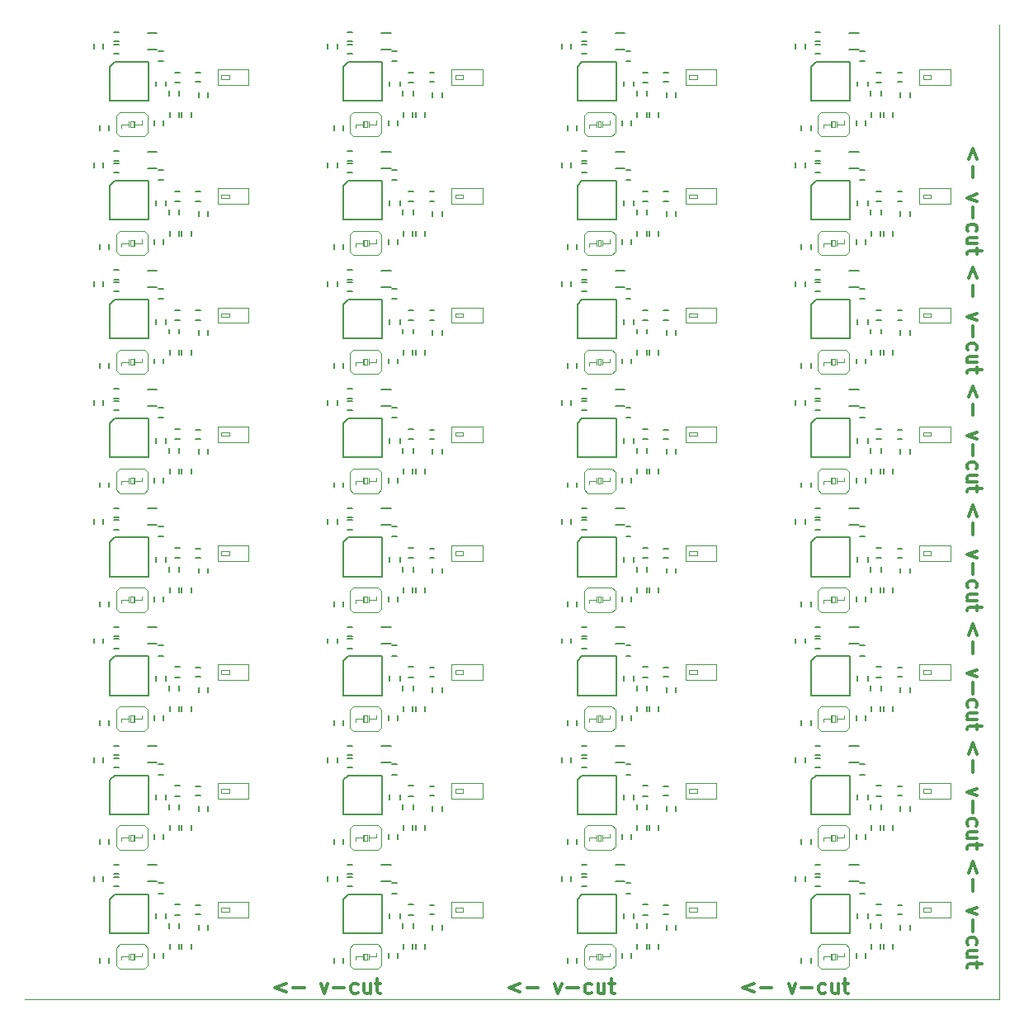
<source format=gto>
G04 #@! TF.FileFunction,Legend,Top*
%FSLAX46Y46*%
G04 Gerber Fmt 4.6, Leading zero omitted, Abs format (unit mm)*
G04 Created by KiCad (PCBNEW 4.0.2+e4-6225~38~ubuntu14.04.1-stable) date Fri 01 Jul 2016 09:40:48 PM CDT*
%MOMM*%
G01*
G04 APERTURE LIST*
%ADD10C,0.100000*%
%ADD11C,0.300000*%
%ADD12C,0.050000*%
%ADD13C,0.150000*%
G04 APERTURE END LIST*
D10*
D11*
X170321429Y-68421429D02*
X169892857Y-67278572D01*
X169464286Y-68421429D01*
X169892857Y-69135715D02*
X169892857Y-70278572D01*
X170321429Y-71992858D02*
X169321429Y-72350001D01*
X170321429Y-72707143D01*
X169892857Y-73278572D02*
X169892857Y-74421429D01*
X169392857Y-75778572D02*
X169321429Y-75635715D01*
X169321429Y-75350001D01*
X169392857Y-75207143D01*
X169464286Y-75135715D01*
X169607143Y-75064286D01*
X170035714Y-75064286D01*
X170178571Y-75135715D01*
X170250000Y-75207143D01*
X170321429Y-75350001D01*
X170321429Y-75635715D01*
X170250000Y-75778572D01*
X170321429Y-77064286D02*
X169321429Y-77064286D01*
X170321429Y-76421429D02*
X169535714Y-76421429D01*
X169392857Y-76492857D01*
X169321429Y-76635715D01*
X169321429Y-76850000D01*
X169392857Y-76992857D01*
X169464286Y-77064286D01*
X170321429Y-77564286D02*
X170321429Y-78135715D01*
X170821429Y-77778572D02*
X169535714Y-77778572D01*
X169392857Y-77850000D01*
X169321429Y-77992858D01*
X169321429Y-78135715D01*
X170321429Y-80621429D02*
X169892857Y-79478572D01*
X169464286Y-80621429D01*
X169892857Y-81335715D02*
X169892857Y-82478572D01*
X170321429Y-84192858D02*
X169321429Y-84550001D01*
X170321429Y-84907143D01*
X169892857Y-85478572D02*
X169892857Y-86621429D01*
X169392857Y-87978572D02*
X169321429Y-87835715D01*
X169321429Y-87550001D01*
X169392857Y-87407143D01*
X169464286Y-87335715D01*
X169607143Y-87264286D01*
X170035714Y-87264286D01*
X170178571Y-87335715D01*
X170250000Y-87407143D01*
X170321429Y-87550001D01*
X170321429Y-87835715D01*
X170250000Y-87978572D01*
X170321429Y-89264286D02*
X169321429Y-89264286D01*
X170321429Y-88621429D02*
X169535714Y-88621429D01*
X169392857Y-88692857D01*
X169321429Y-88835715D01*
X169321429Y-89050000D01*
X169392857Y-89192857D01*
X169464286Y-89264286D01*
X170321429Y-89764286D02*
X170321429Y-90335715D01*
X170821429Y-89978572D02*
X169535714Y-89978572D01*
X169392857Y-90050000D01*
X169321429Y-90192858D01*
X169321429Y-90335715D01*
X170321429Y-92821429D02*
X169892857Y-91678572D01*
X169464286Y-92821429D01*
X169892857Y-93535715D02*
X169892857Y-94678572D01*
X170321429Y-96392858D02*
X169321429Y-96750001D01*
X170321429Y-97107143D01*
X169892857Y-97678572D02*
X169892857Y-98821429D01*
X169392857Y-100178572D02*
X169321429Y-100035715D01*
X169321429Y-99750001D01*
X169392857Y-99607143D01*
X169464286Y-99535715D01*
X169607143Y-99464286D01*
X170035714Y-99464286D01*
X170178571Y-99535715D01*
X170250000Y-99607143D01*
X170321429Y-99750001D01*
X170321429Y-100035715D01*
X170250000Y-100178572D01*
X170321429Y-101464286D02*
X169321429Y-101464286D01*
X170321429Y-100821429D02*
X169535714Y-100821429D01*
X169392857Y-100892857D01*
X169321429Y-101035715D01*
X169321429Y-101250000D01*
X169392857Y-101392857D01*
X169464286Y-101464286D01*
X170321429Y-101964286D02*
X170321429Y-102535715D01*
X170821429Y-102178572D02*
X169535714Y-102178572D01*
X169392857Y-102250000D01*
X169321429Y-102392858D01*
X169321429Y-102535715D01*
X170321429Y-117221429D02*
X169892857Y-116078572D01*
X169464286Y-117221429D01*
X169892857Y-117935715D02*
X169892857Y-119078572D01*
X170321429Y-120792858D02*
X169321429Y-121150001D01*
X170321429Y-121507143D01*
X169892857Y-122078572D02*
X169892857Y-123221429D01*
X169392857Y-124578572D02*
X169321429Y-124435715D01*
X169321429Y-124150001D01*
X169392857Y-124007143D01*
X169464286Y-123935715D01*
X169607143Y-123864286D01*
X170035714Y-123864286D01*
X170178571Y-123935715D01*
X170250000Y-124007143D01*
X170321429Y-124150001D01*
X170321429Y-124435715D01*
X170250000Y-124578572D01*
X170321429Y-125864286D02*
X169321429Y-125864286D01*
X170321429Y-125221429D02*
X169535714Y-125221429D01*
X169392857Y-125292857D01*
X169321429Y-125435715D01*
X169321429Y-125650000D01*
X169392857Y-125792857D01*
X169464286Y-125864286D01*
X170321429Y-126364286D02*
X170321429Y-126935715D01*
X170821429Y-126578572D02*
X169535714Y-126578572D01*
X169392857Y-126650000D01*
X169321429Y-126792858D01*
X169321429Y-126935715D01*
X170321429Y-105021429D02*
X169892857Y-103878572D01*
X169464286Y-105021429D01*
X169892857Y-105735715D02*
X169892857Y-106878572D01*
X170321429Y-108592858D02*
X169321429Y-108950001D01*
X170321429Y-109307143D01*
X169892857Y-109878572D02*
X169892857Y-111021429D01*
X169392857Y-112378572D02*
X169321429Y-112235715D01*
X169321429Y-111950001D01*
X169392857Y-111807143D01*
X169464286Y-111735715D01*
X169607143Y-111664286D01*
X170035714Y-111664286D01*
X170178571Y-111735715D01*
X170250000Y-111807143D01*
X170321429Y-111950001D01*
X170321429Y-112235715D01*
X170250000Y-112378572D01*
X170321429Y-113664286D02*
X169321429Y-113664286D01*
X170321429Y-113021429D02*
X169535714Y-113021429D01*
X169392857Y-113092857D01*
X169321429Y-113235715D01*
X169321429Y-113450000D01*
X169392857Y-113592857D01*
X169464286Y-113664286D01*
X170321429Y-114164286D02*
X170321429Y-114735715D01*
X170821429Y-114378572D02*
X169535714Y-114378572D01*
X169392857Y-114450000D01*
X169321429Y-114592858D01*
X169321429Y-114735715D01*
X170321429Y-129421429D02*
X169892857Y-128278572D01*
X169464286Y-129421429D01*
X169892857Y-130135715D02*
X169892857Y-131278572D01*
X170321429Y-132992858D02*
X169321429Y-133350001D01*
X170321429Y-133707143D01*
X169892857Y-134278572D02*
X169892857Y-135421429D01*
X169392857Y-136778572D02*
X169321429Y-136635715D01*
X169321429Y-136350001D01*
X169392857Y-136207143D01*
X169464286Y-136135715D01*
X169607143Y-136064286D01*
X170035714Y-136064286D01*
X170178571Y-136135715D01*
X170250000Y-136207143D01*
X170321429Y-136350001D01*
X170321429Y-136635715D01*
X170250000Y-136778572D01*
X170321429Y-138064286D02*
X169321429Y-138064286D01*
X170321429Y-137421429D02*
X169535714Y-137421429D01*
X169392857Y-137492857D01*
X169321429Y-137635715D01*
X169321429Y-137850000D01*
X169392857Y-137992857D01*
X169464286Y-138064286D01*
X170321429Y-138564286D02*
X170321429Y-139135715D01*
X170821429Y-138778572D02*
X169535714Y-138778572D01*
X169392857Y-138850000D01*
X169321429Y-138992858D01*
X169321429Y-139135715D01*
X170321429Y-141621429D02*
X169892857Y-140478572D01*
X169464286Y-141621429D01*
X169892857Y-142335715D02*
X169892857Y-143478572D01*
X170321429Y-145192858D02*
X169321429Y-145550001D01*
X170321429Y-145907143D01*
X169892857Y-146478572D02*
X169892857Y-147621429D01*
X169392857Y-148978572D02*
X169321429Y-148835715D01*
X169321429Y-148550001D01*
X169392857Y-148407143D01*
X169464286Y-148335715D01*
X169607143Y-148264286D01*
X170035714Y-148264286D01*
X170178571Y-148335715D01*
X170250000Y-148407143D01*
X170321429Y-148550001D01*
X170321429Y-148835715D01*
X170250000Y-148978572D01*
X170321429Y-150264286D02*
X169321429Y-150264286D01*
X170321429Y-149621429D02*
X169535714Y-149621429D01*
X169392857Y-149692857D01*
X169321429Y-149835715D01*
X169321429Y-150050000D01*
X169392857Y-150192857D01*
X169464286Y-150264286D01*
X170321429Y-150764286D02*
X170321429Y-151335715D01*
X170821429Y-150978572D02*
X169535714Y-150978572D01*
X169392857Y-151050000D01*
X169321429Y-151192858D01*
X169321429Y-151335715D01*
X147421429Y-152978571D02*
X146278572Y-153407143D01*
X147421429Y-153835714D01*
X148135715Y-153407143D02*
X149278572Y-153407143D01*
X150992858Y-152978571D02*
X151350001Y-153978571D01*
X151707143Y-152978571D01*
X152278572Y-153407143D02*
X153421429Y-153407143D01*
X154778572Y-153907143D02*
X154635715Y-153978571D01*
X154350001Y-153978571D01*
X154207143Y-153907143D01*
X154135715Y-153835714D01*
X154064286Y-153692857D01*
X154064286Y-153264286D01*
X154135715Y-153121429D01*
X154207143Y-153050000D01*
X154350001Y-152978571D01*
X154635715Y-152978571D01*
X154778572Y-153050000D01*
X156064286Y-152978571D02*
X156064286Y-153978571D01*
X155421429Y-152978571D02*
X155421429Y-153764286D01*
X155492857Y-153907143D01*
X155635715Y-153978571D01*
X155850000Y-153978571D01*
X155992857Y-153907143D01*
X156064286Y-153835714D01*
X156564286Y-152978571D02*
X157135715Y-152978571D01*
X156778572Y-152478571D02*
X156778572Y-153764286D01*
X156850000Y-153907143D01*
X156992858Y-153978571D01*
X157135715Y-153978571D01*
X123421429Y-152978571D02*
X122278572Y-153407143D01*
X123421429Y-153835714D01*
X124135715Y-153407143D02*
X125278572Y-153407143D01*
X126992858Y-152978571D02*
X127350001Y-153978571D01*
X127707143Y-152978571D01*
X128278572Y-153407143D02*
X129421429Y-153407143D01*
X130778572Y-153907143D02*
X130635715Y-153978571D01*
X130350001Y-153978571D01*
X130207143Y-153907143D01*
X130135715Y-153835714D01*
X130064286Y-153692857D01*
X130064286Y-153264286D01*
X130135715Y-153121429D01*
X130207143Y-153050000D01*
X130350001Y-152978571D01*
X130635715Y-152978571D01*
X130778572Y-153050000D01*
X132064286Y-152978571D02*
X132064286Y-153978571D01*
X131421429Y-152978571D02*
X131421429Y-153764286D01*
X131492857Y-153907143D01*
X131635715Y-153978571D01*
X131850000Y-153978571D01*
X131992857Y-153907143D01*
X132064286Y-153835714D01*
X132564286Y-152978571D02*
X133135715Y-152978571D01*
X132778572Y-152478571D02*
X132778572Y-153764286D01*
X132850000Y-153907143D01*
X132992858Y-153978571D01*
X133135715Y-153978571D01*
X99421429Y-152978571D02*
X98278572Y-153407143D01*
X99421429Y-153835714D01*
X100135715Y-153407143D02*
X101278572Y-153407143D01*
X102992858Y-152978571D02*
X103350001Y-153978571D01*
X103707143Y-152978571D01*
X104278572Y-153407143D02*
X105421429Y-153407143D01*
X106778572Y-153907143D02*
X106635715Y-153978571D01*
X106350001Y-153978571D01*
X106207143Y-153907143D01*
X106135715Y-153835714D01*
X106064286Y-153692857D01*
X106064286Y-153264286D01*
X106135715Y-153121429D01*
X106207143Y-153050000D01*
X106350001Y-152978571D01*
X106635715Y-152978571D01*
X106778572Y-153050000D01*
X108064286Y-152978571D02*
X108064286Y-153978571D01*
X107421429Y-152978571D02*
X107421429Y-153764286D01*
X107492857Y-153907143D01*
X107635715Y-153978571D01*
X107850000Y-153978571D01*
X107992857Y-153907143D01*
X108064286Y-153835714D01*
X108564286Y-152978571D02*
X109135715Y-152978571D01*
X108778572Y-152478571D02*
X108778572Y-153764286D01*
X108850000Y-153907143D01*
X108992858Y-153978571D01*
X109135715Y-153978571D01*
D12*
X172600000Y-154600000D02*
X172600000Y-54600000D01*
X72600000Y-154600000D02*
X172600000Y-154600000D01*
D10*
X92800000Y-108600000D02*
X93600000Y-108600000D01*
X93600000Y-108600000D02*
X93600000Y-109000000D01*
X93600000Y-109000000D02*
X92800000Y-109000000D01*
X92800000Y-108600000D02*
X92800000Y-109000000D01*
X92400000Y-108000000D02*
X95600000Y-108000000D01*
X95600000Y-108000000D02*
X95600000Y-109600000D01*
X95600000Y-109600000D02*
X92400000Y-109600000D01*
X92400000Y-109600000D02*
X92400000Y-108000000D01*
X83300000Y-113600000D02*
X82550000Y-113600000D01*
X82550000Y-113600000D02*
X82550000Y-113950000D01*
X83900000Y-113600000D02*
X84650000Y-113600000D01*
X84650000Y-113600000D02*
X84650000Y-113250000D01*
X83450000Y-113300000D02*
X83750000Y-113300000D01*
X83750000Y-113300000D02*
X83750000Y-113900000D01*
X83750000Y-113900000D02*
X83450000Y-113900000D01*
X83450000Y-113900000D02*
X83450000Y-113300000D01*
X83900000Y-113300000D02*
X83900000Y-113900000D01*
X83300000Y-113300000D02*
X83300000Y-113900000D01*
X82000000Y-112700000D02*
X82000000Y-114500000D01*
X84850000Y-112350000D02*
X82350000Y-112350000D01*
X85200000Y-112700000D02*
X85200000Y-114500000D01*
X82350000Y-114850000D02*
X84850000Y-114850000D01*
X85200000Y-114500000D02*
X84850000Y-114850000D01*
X82000000Y-114500000D02*
X82350000Y-114850000D01*
X85200000Y-112700000D02*
X84850000Y-112350000D01*
X82000000Y-112700000D02*
X82350000Y-112350000D01*
D13*
X81300000Y-111200000D02*
X81300000Y-107700000D01*
X81300000Y-107700000D02*
X81800000Y-107200000D01*
X85300000Y-107200000D02*
X81800000Y-107200000D01*
X85300000Y-107200000D02*
X85300000Y-111200000D01*
X85300000Y-111200000D02*
X81300000Y-111200000D01*
X86300000Y-107125000D02*
X86800000Y-107125000D01*
X86800000Y-106075000D02*
X86300000Y-106075000D01*
X88475000Y-110700000D02*
X88475000Y-110200000D01*
X87425000Y-110200000D02*
X87425000Y-110700000D01*
X88500000Y-108275000D02*
X88000000Y-108275000D01*
X88000000Y-109325000D02*
X88500000Y-109325000D01*
X87125000Y-109700000D02*
X87125000Y-109200000D01*
X86075000Y-109200000D02*
X86075000Y-109700000D01*
X90475000Y-110350000D02*
X90475000Y-110850000D01*
X91425000Y-110850000D02*
X91425000Y-110350000D01*
X90150000Y-109275000D02*
X90650000Y-109275000D01*
X90650000Y-108325000D02*
X90150000Y-108325000D01*
X89675000Y-112850000D02*
X89675000Y-112350000D01*
X88725000Y-112350000D02*
X88725000Y-112850000D01*
X88425000Y-112850000D02*
X88425000Y-112350000D01*
X87475000Y-112350000D02*
X87475000Y-112850000D01*
X81750000Y-105125000D02*
X82250000Y-105125000D01*
X82250000Y-104175000D02*
X81750000Y-104175000D01*
X80675000Y-105850000D02*
X80675000Y-105350000D01*
X79725000Y-105350000D02*
X79725000Y-105850000D01*
X86875000Y-113750000D02*
X86875000Y-113250000D01*
X85925000Y-113250000D02*
X85925000Y-113750000D01*
X80325000Y-113750000D02*
X80325000Y-114250000D01*
X81275000Y-114250000D02*
X81275000Y-113750000D01*
X81750000Y-106375000D02*
X82250000Y-106375000D01*
X82250000Y-105425000D02*
X81750000Y-105425000D01*
X86200000Y-104200000D02*
X85200000Y-104200000D01*
X85200000Y-105900000D02*
X86200000Y-105900000D01*
X110200000Y-104200000D02*
X109200000Y-104200000D01*
X109200000Y-105900000D02*
X110200000Y-105900000D01*
X105750000Y-106375000D02*
X106250000Y-106375000D01*
X106250000Y-105425000D02*
X105750000Y-105425000D01*
X104325000Y-113750000D02*
X104325000Y-114250000D01*
X105275000Y-114250000D02*
X105275000Y-113750000D01*
X110875000Y-113750000D02*
X110875000Y-113250000D01*
X109925000Y-113250000D02*
X109925000Y-113750000D01*
X104675000Y-105850000D02*
X104675000Y-105350000D01*
X103725000Y-105350000D02*
X103725000Y-105850000D01*
X105750000Y-105125000D02*
X106250000Y-105125000D01*
X106250000Y-104175000D02*
X105750000Y-104175000D01*
X112425000Y-112850000D02*
X112425000Y-112350000D01*
X111475000Y-112350000D02*
X111475000Y-112850000D01*
X113675000Y-112850000D02*
X113675000Y-112350000D01*
X112725000Y-112350000D02*
X112725000Y-112850000D01*
X114150000Y-109275000D02*
X114650000Y-109275000D01*
X114650000Y-108325000D02*
X114150000Y-108325000D01*
X114475000Y-110350000D02*
X114475000Y-110850000D01*
X115425000Y-110850000D02*
X115425000Y-110350000D01*
X111125000Y-109700000D02*
X111125000Y-109200000D01*
X110075000Y-109200000D02*
X110075000Y-109700000D01*
X112500000Y-108275000D02*
X112000000Y-108275000D01*
X112000000Y-109325000D02*
X112500000Y-109325000D01*
X112475000Y-110700000D02*
X112475000Y-110200000D01*
X111425000Y-110200000D02*
X111425000Y-110700000D01*
X110300000Y-107125000D02*
X110800000Y-107125000D01*
X110800000Y-106075000D02*
X110300000Y-106075000D01*
X105300000Y-111200000D02*
X105300000Y-107700000D01*
X105300000Y-107700000D02*
X105800000Y-107200000D01*
X109300000Y-107200000D02*
X105800000Y-107200000D01*
X109300000Y-107200000D02*
X109300000Y-111200000D01*
X109300000Y-111200000D02*
X105300000Y-111200000D01*
D10*
X107300000Y-113600000D02*
X106550000Y-113600000D01*
X106550000Y-113600000D02*
X106550000Y-113950000D01*
X107900000Y-113600000D02*
X108650000Y-113600000D01*
X108650000Y-113600000D02*
X108650000Y-113250000D01*
X107450000Y-113300000D02*
X107750000Y-113300000D01*
X107750000Y-113300000D02*
X107750000Y-113900000D01*
X107750000Y-113900000D02*
X107450000Y-113900000D01*
X107450000Y-113900000D02*
X107450000Y-113300000D01*
X107900000Y-113300000D02*
X107900000Y-113900000D01*
X107300000Y-113300000D02*
X107300000Y-113900000D01*
X106000000Y-112700000D02*
X106000000Y-114500000D01*
X108850000Y-112350000D02*
X106350000Y-112350000D01*
X109200000Y-112700000D02*
X109200000Y-114500000D01*
X106350000Y-114850000D02*
X108850000Y-114850000D01*
X109200000Y-114500000D02*
X108850000Y-114850000D01*
X106000000Y-114500000D02*
X106350000Y-114850000D01*
X109200000Y-112700000D02*
X108850000Y-112350000D01*
X106000000Y-112700000D02*
X106350000Y-112350000D01*
X116800000Y-108600000D02*
X117600000Y-108600000D01*
X117600000Y-108600000D02*
X117600000Y-109000000D01*
X117600000Y-109000000D02*
X116800000Y-109000000D01*
X116800000Y-108600000D02*
X116800000Y-109000000D01*
X116400000Y-108000000D02*
X119600000Y-108000000D01*
X119600000Y-108000000D02*
X119600000Y-109600000D01*
X119600000Y-109600000D02*
X116400000Y-109600000D01*
X116400000Y-109600000D02*
X116400000Y-108000000D01*
X140800000Y-108600000D02*
X141600000Y-108600000D01*
X141600000Y-108600000D02*
X141600000Y-109000000D01*
X141600000Y-109000000D02*
X140800000Y-109000000D01*
X140800000Y-108600000D02*
X140800000Y-109000000D01*
X140400000Y-108000000D02*
X143600000Y-108000000D01*
X143600000Y-108000000D02*
X143600000Y-109600000D01*
X143600000Y-109600000D02*
X140400000Y-109600000D01*
X140400000Y-109600000D02*
X140400000Y-108000000D01*
X131300000Y-113600000D02*
X130550000Y-113600000D01*
X130550000Y-113600000D02*
X130550000Y-113950000D01*
X131900000Y-113600000D02*
X132650000Y-113600000D01*
X132650000Y-113600000D02*
X132650000Y-113250000D01*
X131450000Y-113300000D02*
X131750000Y-113300000D01*
X131750000Y-113300000D02*
X131750000Y-113900000D01*
X131750000Y-113900000D02*
X131450000Y-113900000D01*
X131450000Y-113900000D02*
X131450000Y-113300000D01*
X131900000Y-113300000D02*
X131900000Y-113900000D01*
X131300000Y-113300000D02*
X131300000Y-113900000D01*
X130000000Y-112700000D02*
X130000000Y-114500000D01*
X132850000Y-112350000D02*
X130350000Y-112350000D01*
X133200000Y-112700000D02*
X133200000Y-114500000D01*
X130350000Y-114850000D02*
X132850000Y-114850000D01*
X133200000Y-114500000D02*
X132850000Y-114850000D01*
X130000000Y-114500000D02*
X130350000Y-114850000D01*
X133200000Y-112700000D02*
X132850000Y-112350000D01*
X130000000Y-112700000D02*
X130350000Y-112350000D01*
D13*
X129300000Y-111200000D02*
X129300000Y-107700000D01*
X129300000Y-107700000D02*
X129800000Y-107200000D01*
X133300000Y-107200000D02*
X129800000Y-107200000D01*
X133300000Y-107200000D02*
X133300000Y-111200000D01*
X133300000Y-111200000D02*
X129300000Y-111200000D01*
X134300000Y-107125000D02*
X134800000Y-107125000D01*
X134800000Y-106075000D02*
X134300000Y-106075000D01*
X136475000Y-110700000D02*
X136475000Y-110200000D01*
X135425000Y-110200000D02*
X135425000Y-110700000D01*
X136500000Y-108275000D02*
X136000000Y-108275000D01*
X136000000Y-109325000D02*
X136500000Y-109325000D01*
X135125000Y-109700000D02*
X135125000Y-109200000D01*
X134075000Y-109200000D02*
X134075000Y-109700000D01*
X138475000Y-110350000D02*
X138475000Y-110850000D01*
X139425000Y-110850000D02*
X139425000Y-110350000D01*
X138150000Y-109275000D02*
X138650000Y-109275000D01*
X138650000Y-108325000D02*
X138150000Y-108325000D01*
X137675000Y-112850000D02*
X137675000Y-112350000D01*
X136725000Y-112350000D02*
X136725000Y-112850000D01*
X136425000Y-112850000D02*
X136425000Y-112350000D01*
X135475000Y-112350000D02*
X135475000Y-112850000D01*
X129750000Y-105125000D02*
X130250000Y-105125000D01*
X130250000Y-104175000D02*
X129750000Y-104175000D01*
X128675000Y-105850000D02*
X128675000Y-105350000D01*
X127725000Y-105350000D02*
X127725000Y-105850000D01*
X134875000Y-113750000D02*
X134875000Y-113250000D01*
X133925000Y-113250000D02*
X133925000Y-113750000D01*
X128325000Y-113750000D02*
X128325000Y-114250000D01*
X129275000Y-114250000D02*
X129275000Y-113750000D01*
X129750000Y-106375000D02*
X130250000Y-106375000D01*
X130250000Y-105425000D02*
X129750000Y-105425000D01*
X134200000Y-104200000D02*
X133200000Y-104200000D01*
X133200000Y-105900000D02*
X134200000Y-105900000D01*
X158200000Y-104200000D02*
X157200000Y-104200000D01*
X157200000Y-105900000D02*
X158200000Y-105900000D01*
X153750000Y-106375000D02*
X154250000Y-106375000D01*
X154250000Y-105425000D02*
X153750000Y-105425000D01*
X152325000Y-113750000D02*
X152325000Y-114250000D01*
X153275000Y-114250000D02*
X153275000Y-113750000D01*
X158875000Y-113750000D02*
X158875000Y-113250000D01*
X157925000Y-113250000D02*
X157925000Y-113750000D01*
X152675000Y-105850000D02*
X152675000Y-105350000D01*
X151725000Y-105350000D02*
X151725000Y-105850000D01*
X153750000Y-105125000D02*
X154250000Y-105125000D01*
X154250000Y-104175000D02*
X153750000Y-104175000D01*
X160425000Y-112850000D02*
X160425000Y-112350000D01*
X159475000Y-112350000D02*
X159475000Y-112850000D01*
X161675000Y-112850000D02*
X161675000Y-112350000D01*
X160725000Y-112350000D02*
X160725000Y-112850000D01*
X162150000Y-109275000D02*
X162650000Y-109275000D01*
X162650000Y-108325000D02*
X162150000Y-108325000D01*
X162475000Y-110350000D02*
X162475000Y-110850000D01*
X163425000Y-110850000D02*
X163425000Y-110350000D01*
X159125000Y-109700000D02*
X159125000Y-109200000D01*
X158075000Y-109200000D02*
X158075000Y-109700000D01*
X160500000Y-108275000D02*
X160000000Y-108275000D01*
X160000000Y-109325000D02*
X160500000Y-109325000D01*
X160475000Y-110700000D02*
X160475000Y-110200000D01*
X159425000Y-110200000D02*
X159425000Y-110700000D01*
X158300000Y-107125000D02*
X158800000Y-107125000D01*
X158800000Y-106075000D02*
X158300000Y-106075000D01*
X153300000Y-111200000D02*
X153300000Y-107700000D01*
X153300000Y-107700000D02*
X153800000Y-107200000D01*
X157300000Y-107200000D02*
X153800000Y-107200000D01*
X157300000Y-107200000D02*
X157300000Y-111200000D01*
X157300000Y-111200000D02*
X153300000Y-111200000D01*
D10*
X155300000Y-113600000D02*
X154550000Y-113600000D01*
X154550000Y-113600000D02*
X154550000Y-113950000D01*
X155900000Y-113600000D02*
X156650000Y-113600000D01*
X156650000Y-113600000D02*
X156650000Y-113250000D01*
X155450000Y-113300000D02*
X155750000Y-113300000D01*
X155750000Y-113300000D02*
X155750000Y-113900000D01*
X155750000Y-113900000D02*
X155450000Y-113900000D01*
X155450000Y-113900000D02*
X155450000Y-113300000D01*
X155900000Y-113300000D02*
X155900000Y-113900000D01*
X155300000Y-113300000D02*
X155300000Y-113900000D01*
X154000000Y-112700000D02*
X154000000Y-114500000D01*
X156850000Y-112350000D02*
X154350000Y-112350000D01*
X157200000Y-112700000D02*
X157200000Y-114500000D01*
X154350000Y-114850000D02*
X156850000Y-114850000D01*
X157200000Y-114500000D02*
X156850000Y-114850000D01*
X154000000Y-114500000D02*
X154350000Y-114850000D01*
X157200000Y-112700000D02*
X156850000Y-112350000D01*
X154000000Y-112700000D02*
X154350000Y-112350000D01*
X164800000Y-108600000D02*
X165600000Y-108600000D01*
X165600000Y-108600000D02*
X165600000Y-109000000D01*
X165600000Y-109000000D02*
X164800000Y-109000000D01*
X164800000Y-108600000D02*
X164800000Y-109000000D01*
X164400000Y-108000000D02*
X167600000Y-108000000D01*
X167600000Y-108000000D02*
X167600000Y-109600000D01*
X167600000Y-109600000D02*
X164400000Y-109600000D01*
X164400000Y-109600000D02*
X164400000Y-108000000D01*
X164800000Y-120800000D02*
X165600000Y-120800000D01*
X165600000Y-120800000D02*
X165600000Y-121200000D01*
X165600000Y-121200000D02*
X164800000Y-121200000D01*
X164800000Y-120800000D02*
X164800000Y-121200000D01*
X164400000Y-120200000D02*
X167600000Y-120200000D01*
X167600000Y-120200000D02*
X167600000Y-121800000D01*
X167600000Y-121800000D02*
X164400000Y-121800000D01*
X164400000Y-121800000D02*
X164400000Y-120200000D01*
X155300000Y-125800000D02*
X154550000Y-125800000D01*
X154550000Y-125800000D02*
X154550000Y-126150000D01*
X155900000Y-125800000D02*
X156650000Y-125800000D01*
X156650000Y-125800000D02*
X156650000Y-125450000D01*
X155450000Y-125500000D02*
X155750000Y-125500000D01*
X155750000Y-125500000D02*
X155750000Y-126100000D01*
X155750000Y-126100000D02*
X155450000Y-126100000D01*
X155450000Y-126100000D02*
X155450000Y-125500000D01*
X155900000Y-125500000D02*
X155900000Y-126100000D01*
X155300000Y-125500000D02*
X155300000Y-126100000D01*
X154000000Y-124900000D02*
X154000000Y-126700000D01*
X156850000Y-124550000D02*
X154350000Y-124550000D01*
X157200000Y-124900000D02*
X157200000Y-126700000D01*
X154350000Y-127050000D02*
X156850000Y-127050000D01*
X157200000Y-126700000D02*
X156850000Y-127050000D01*
X154000000Y-126700000D02*
X154350000Y-127050000D01*
X157200000Y-124900000D02*
X156850000Y-124550000D01*
X154000000Y-124900000D02*
X154350000Y-124550000D01*
D13*
X153300000Y-123400000D02*
X153300000Y-119900000D01*
X153300000Y-119900000D02*
X153800000Y-119400000D01*
X157300000Y-119400000D02*
X153800000Y-119400000D01*
X157300000Y-119400000D02*
X157300000Y-123400000D01*
X157300000Y-123400000D02*
X153300000Y-123400000D01*
X158300000Y-119325000D02*
X158800000Y-119325000D01*
X158800000Y-118275000D02*
X158300000Y-118275000D01*
X160475000Y-122900000D02*
X160475000Y-122400000D01*
X159425000Y-122400000D02*
X159425000Y-122900000D01*
X160500000Y-120475000D02*
X160000000Y-120475000D01*
X160000000Y-121525000D02*
X160500000Y-121525000D01*
X159125000Y-121900000D02*
X159125000Y-121400000D01*
X158075000Y-121400000D02*
X158075000Y-121900000D01*
X162475000Y-122550000D02*
X162475000Y-123050000D01*
X163425000Y-123050000D02*
X163425000Y-122550000D01*
X162150000Y-121475000D02*
X162650000Y-121475000D01*
X162650000Y-120525000D02*
X162150000Y-120525000D01*
X161675000Y-125050000D02*
X161675000Y-124550000D01*
X160725000Y-124550000D02*
X160725000Y-125050000D01*
X160425000Y-125050000D02*
X160425000Y-124550000D01*
X159475000Y-124550000D02*
X159475000Y-125050000D01*
X153750000Y-117325000D02*
X154250000Y-117325000D01*
X154250000Y-116375000D02*
X153750000Y-116375000D01*
X152675000Y-118050000D02*
X152675000Y-117550000D01*
X151725000Y-117550000D02*
X151725000Y-118050000D01*
X158875000Y-125950000D02*
X158875000Y-125450000D01*
X157925000Y-125450000D02*
X157925000Y-125950000D01*
X152325000Y-125950000D02*
X152325000Y-126450000D01*
X153275000Y-126450000D02*
X153275000Y-125950000D01*
X153750000Y-118575000D02*
X154250000Y-118575000D01*
X154250000Y-117625000D02*
X153750000Y-117625000D01*
X158200000Y-116400000D02*
X157200000Y-116400000D01*
X157200000Y-118100000D02*
X158200000Y-118100000D01*
X134200000Y-116400000D02*
X133200000Y-116400000D01*
X133200000Y-118100000D02*
X134200000Y-118100000D01*
X129750000Y-118575000D02*
X130250000Y-118575000D01*
X130250000Y-117625000D02*
X129750000Y-117625000D01*
X128325000Y-125950000D02*
X128325000Y-126450000D01*
X129275000Y-126450000D02*
X129275000Y-125950000D01*
X134875000Y-125950000D02*
X134875000Y-125450000D01*
X133925000Y-125450000D02*
X133925000Y-125950000D01*
X128675000Y-118050000D02*
X128675000Y-117550000D01*
X127725000Y-117550000D02*
X127725000Y-118050000D01*
X129750000Y-117325000D02*
X130250000Y-117325000D01*
X130250000Y-116375000D02*
X129750000Y-116375000D01*
X136425000Y-125050000D02*
X136425000Y-124550000D01*
X135475000Y-124550000D02*
X135475000Y-125050000D01*
X137675000Y-125050000D02*
X137675000Y-124550000D01*
X136725000Y-124550000D02*
X136725000Y-125050000D01*
X138150000Y-121475000D02*
X138650000Y-121475000D01*
X138650000Y-120525000D02*
X138150000Y-120525000D01*
X138475000Y-122550000D02*
X138475000Y-123050000D01*
X139425000Y-123050000D02*
X139425000Y-122550000D01*
X135125000Y-121900000D02*
X135125000Y-121400000D01*
X134075000Y-121400000D02*
X134075000Y-121900000D01*
X136500000Y-120475000D02*
X136000000Y-120475000D01*
X136000000Y-121525000D02*
X136500000Y-121525000D01*
X136475000Y-122900000D02*
X136475000Y-122400000D01*
X135425000Y-122400000D02*
X135425000Y-122900000D01*
X134300000Y-119325000D02*
X134800000Y-119325000D01*
X134800000Y-118275000D02*
X134300000Y-118275000D01*
X129300000Y-123400000D02*
X129300000Y-119900000D01*
X129300000Y-119900000D02*
X129800000Y-119400000D01*
X133300000Y-119400000D02*
X129800000Y-119400000D01*
X133300000Y-119400000D02*
X133300000Y-123400000D01*
X133300000Y-123400000D02*
X129300000Y-123400000D01*
D10*
X131300000Y-125800000D02*
X130550000Y-125800000D01*
X130550000Y-125800000D02*
X130550000Y-126150000D01*
X131900000Y-125800000D02*
X132650000Y-125800000D01*
X132650000Y-125800000D02*
X132650000Y-125450000D01*
X131450000Y-125500000D02*
X131750000Y-125500000D01*
X131750000Y-125500000D02*
X131750000Y-126100000D01*
X131750000Y-126100000D02*
X131450000Y-126100000D01*
X131450000Y-126100000D02*
X131450000Y-125500000D01*
X131900000Y-125500000D02*
X131900000Y-126100000D01*
X131300000Y-125500000D02*
X131300000Y-126100000D01*
X130000000Y-124900000D02*
X130000000Y-126700000D01*
X132850000Y-124550000D02*
X130350000Y-124550000D01*
X133200000Y-124900000D02*
X133200000Y-126700000D01*
X130350000Y-127050000D02*
X132850000Y-127050000D01*
X133200000Y-126700000D02*
X132850000Y-127050000D01*
X130000000Y-126700000D02*
X130350000Y-127050000D01*
X133200000Y-124900000D02*
X132850000Y-124550000D01*
X130000000Y-124900000D02*
X130350000Y-124550000D01*
X140800000Y-120800000D02*
X141600000Y-120800000D01*
X141600000Y-120800000D02*
X141600000Y-121200000D01*
X141600000Y-121200000D02*
X140800000Y-121200000D01*
X140800000Y-120800000D02*
X140800000Y-121200000D01*
X140400000Y-120200000D02*
X143600000Y-120200000D01*
X143600000Y-120200000D02*
X143600000Y-121800000D01*
X143600000Y-121800000D02*
X140400000Y-121800000D01*
X140400000Y-121800000D02*
X140400000Y-120200000D01*
X116800000Y-120800000D02*
X117600000Y-120800000D01*
X117600000Y-120800000D02*
X117600000Y-121200000D01*
X117600000Y-121200000D02*
X116800000Y-121200000D01*
X116800000Y-120800000D02*
X116800000Y-121200000D01*
X116400000Y-120200000D02*
X119600000Y-120200000D01*
X119600000Y-120200000D02*
X119600000Y-121800000D01*
X119600000Y-121800000D02*
X116400000Y-121800000D01*
X116400000Y-121800000D02*
X116400000Y-120200000D01*
X107300000Y-125800000D02*
X106550000Y-125800000D01*
X106550000Y-125800000D02*
X106550000Y-126150000D01*
X107900000Y-125800000D02*
X108650000Y-125800000D01*
X108650000Y-125800000D02*
X108650000Y-125450000D01*
X107450000Y-125500000D02*
X107750000Y-125500000D01*
X107750000Y-125500000D02*
X107750000Y-126100000D01*
X107750000Y-126100000D02*
X107450000Y-126100000D01*
X107450000Y-126100000D02*
X107450000Y-125500000D01*
X107900000Y-125500000D02*
X107900000Y-126100000D01*
X107300000Y-125500000D02*
X107300000Y-126100000D01*
X106000000Y-124900000D02*
X106000000Y-126700000D01*
X108850000Y-124550000D02*
X106350000Y-124550000D01*
X109200000Y-124900000D02*
X109200000Y-126700000D01*
X106350000Y-127050000D02*
X108850000Y-127050000D01*
X109200000Y-126700000D02*
X108850000Y-127050000D01*
X106000000Y-126700000D02*
X106350000Y-127050000D01*
X109200000Y-124900000D02*
X108850000Y-124550000D01*
X106000000Y-124900000D02*
X106350000Y-124550000D01*
D13*
X105300000Y-123400000D02*
X105300000Y-119900000D01*
X105300000Y-119900000D02*
X105800000Y-119400000D01*
X109300000Y-119400000D02*
X105800000Y-119400000D01*
X109300000Y-119400000D02*
X109300000Y-123400000D01*
X109300000Y-123400000D02*
X105300000Y-123400000D01*
X110300000Y-119325000D02*
X110800000Y-119325000D01*
X110800000Y-118275000D02*
X110300000Y-118275000D01*
X112475000Y-122900000D02*
X112475000Y-122400000D01*
X111425000Y-122400000D02*
X111425000Y-122900000D01*
X112500000Y-120475000D02*
X112000000Y-120475000D01*
X112000000Y-121525000D02*
X112500000Y-121525000D01*
X111125000Y-121900000D02*
X111125000Y-121400000D01*
X110075000Y-121400000D02*
X110075000Y-121900000D01*
X114475000Y-122550000D02*
X114475000Y-123050000D01*
X115425000Y-123050000D02*
X115425000Y-122550000D01*
X114150000Y-121475000D02*
X114650000Y-121475000D01*
X114650000Y-120525000D02*
X114150000Y-120525000D01*
X113675000Y-125050000D02*
X113675000Y-124550000D01*
X112725000Y-124550000D02*
X112725000Y-125050000D01*
X112425000Y-125050000D02*
X112425000Y-124550000D01*
X111475000Y-124550000D02*
X111475000Y-125050000D01*
X105750000Y-117325000D02*
X106250000Y-117325000D01*
X106250000Y-116375000D02*
X105750000Y-116375000D01*
X104675000Y-118050000D02*
X104675000Y-117550000D01*
X103725000Y-117550000D02*
X103725000Y-118050000D01*
X110875000Y-125950000D02*
X110875000Y-125450000D01*
X109925000Y-125450000D02*
X109925000Y-125950000D01*
X104325000Y-125950000D02*
X104325000Y-126450000D01*
X105275000Y-126450000D02*
X105275000Y-125950000D01*
X105750000Y-118575000D02*
X106250000Y-118575000D01*
X106250000Y-117625000D02*
X105750000Y-117625000D01*
X110200000Y-116400000D02*
X109200000Y-116400000D01*
X109200000Y-118100000D02*
X110200000Y-118100000D01*
X86200000Y-116400000D02*
X85200000Y-116400000D01*
X85200000Y-118100000D02*
X86200000Y-118100000D01*
X81750000Y-118575000D02*
X82250000Y-118575000D01*
X82250000Y-117625000D02*
X81750000Y-117625000D01*
X80325000Y-125950000D02*
X80325000Y-126450000D01*
X81275000Y-126450000D02*
X81275000Y-125950000D01*
X86875000Y-125950000D02*
X86875000Y-125450000D01*
X85925000Y-125450000D02*
X85925000Y-125950000D01*
X80675000Y-118050000D02*
X80675000Y-117550000D01*
X79725000Y-117550000D02*
X79725000Y-118050000D01*
X81750000Y-117325000D02*
X82250000Y-117325000D01*
X82250000Y-116375000D02*
X81750000Y-116375000D01*
X88425000Y-125050000D02*
X88425000Y-124550000D01*
X87475000Y-124550000D02*
X87475000Y-125050000D01*
X89675000Y-125050000D02*
X89675000Y-124550000D01*
X88725000Y-124550000D02*
X88725000Y-125050000D01*
X90150000Y-121475000D02*
X90650000Y-121475000D01*
X90650000Y-120525000D02*
X90150000Y-120525000D01*
X90475000Y-122550000D02*
X90475000Y-123050000D01*
X91425000Y-123050000D02*
X91425000Y-122550000D01*
X87125000Y-121900000D02*
X87125000Y-121400000D01*
X86075000Y-121400000D02*
X86075000Y-121900000D01*
X88500000Y-120475000D02*
X88000000Y-120475000D01*
X88000000Y-121525000D02*
X88500000Y-121525000D01*
X88475000Y-122900000D02*
X88475000Y-122400000D01*
X87425000Y-122400000D02*
X87425000Y-122900000D01*
X86300000Y-119325000D02*
X86800000Y-119325000D01*
X86800000Y-118275000D02*
X86300000Y-118275000D01*
X81300000Y-123400000D02*
X81300000Y-119900000D01*
X81300000Y-119900000D02*
X81800000Y-119400000D01*
X85300000Y-119400000D02*
X81800000Y-119400000D01*
X85300000Y-119400000D02*
X85300000Y-123400000D01*
X85300000Y-123400000D02*
X81300000Y-123400000D01*
D10*
X83300000Y-125800000D02*
X82550000Y-125800000D01*
X82550000Y-125800000D02*
X82550000Y-126150000D01*
X83900000Y-125800000D02*
X84650000Y-125800000D01*
X84650000Y-125800000D02*
X84650000Y-125450000D01*
X83450000Y-125500000D02*
X83750000Y-125500000D01*
X83750000Y-125500000D02*
X83750000Y-126100000D01*
X83750000Y-126100000D02*
X83450000Y-126100000D01*
X83450000Y-126100000D02*
X83450000Y-125500000D01*
X83900000Y-125500000D02*
X83900000Y-126100000D01*
X83300000Y-125500000D02*
X83300000Y-126100000D01*
X82000000Y-124900000D02*
X82000000Y-126700000D01*
X84850000Y-124550000D02*
X82350000Y-124550000D01*
X85200000Y-124900000D02*
X85200000Y-126700000D01*
X82350000Y-127050000D02*
X84850000Y-127050000D01*
X85200000Y-126700000D02*
X84850000Y-127050000D01*
X82000000Y-126700000D02*
X82350000Y-127050000D01*
X85200000Y-124900000D02*
X84850000Y-124550000D01*
X82000000Y-124900000D02*
X82350000Y-124550000D01*
X92800000Y-120800000D02*
X93600000Y-120800000D01*
X93600000Y-120800000D02*
X93600000Y-121200000D01*
X93600000Y-121200000D02*
X92800000Y-121200000D01*
X92800000Y-120800000D02*
X92800000Y-121200000D01*
X92400000Y-120200000D02*
X95600000Y-120200000D01*
X95600000Y-120200000D02*
X95600000Y-121800000D01*
X95600000Y-121800000D02*
X92400000Y-121800000D01*
X92400000Y-121800000D02*
X92400000Y-120200000D01*
X92800000Y-145200000D02*
X93600000Y-145200000D01*
X93600000Y-145200000D02*
X93600000Y-145600000D01*
X93600000Y-145600000D02*
X92800000Y-145600000D01*
X92800000Y-145200000D02*
X92800000Y-145600000D01*
X92400000Y-144600000D02*
X95600000Y-144600000D01*
X95600000Y-144600000D02*
X95600000Y-146200000D01*
X95600000Y-146200000D02*
X92400000Y-146200000D01*
X92400000Y-146200000D02*
X92400000Y-144600000D01*
X83300000Y-150200000D02*
X82550000Y-150200000D01*
X82550000Y-150200000D02*
X82550000Y-150550000D01*
X83900000Y-150200000D02*
X84650000Y-150200000D01*
X84650000Y-150200000D02*
X84650000Y-149850000D01*
X83450000Y-149900000D02*
X83750000Y-149900000D01*
X83750000Y-149900000D02*
X83750000Y-150500000D01*
X83750000Y-150500000D02*
X83450000Y-150500000D01*
X83450000Y-150500000D02*
X83450000Y-149900000D01*
X83900000Y-149900000D02*
X83900000Y-150500000D01*
X83300000Y-149900000D02*
X83300000Y-150500000D01*
X82000000Y-149300000D02*
X82000000Y-151100000D01*
X84850000Y-148950000D02*
X82350000Y-148950000D01*
X85200000Y-149300000D02*
X85200000Y-151100000D01*
X82350000Y-151450000D02*
X84850000Y-151450000D01*
X85200000Y-151100000D02*
X84850000Y-151450000D01*
X82000000Y-151100000D02*
X82350000Y-151450000D01*
X85200000Y-149300000D02*
X84850000Y-148950000D01*
X82000000Y-149300000D02*
X82350000Y-148950000D01*
D13*
X81300000Y-147800000D02*
X81300000Y-144300000D01*
X81300000Y-144300000D02*
X81800000Y-143800000D01*
X85300000Y-143800000D02*
X81800000Y-143800000D01*
X85300000Y-143800000D02*
X85300000Y-147800000D01*
X85300000Y-147800000D02*
X81300000Y-147800000D01*
X86300000Y-143725000D02*
X86800000Y-143725000D01*
X86800000Y-142675000D02*
X86300000Y-142675000D01*
X88475000Y-147300000D02*
X88475000Y-146800000D01*
X87425000Y-146800000D02*
X87425000Y-147300000D01*
X88500000Y-144875000D02*
X88000000Y-144875000D01*
X88000000Y-145925000D02*
X88500000Y-145925000D01*
X87125000Y-146300000D02*
X87125000Y-145800000D01*
X86075000Y-145800000D02*
X86075000Y-146300000D01*
X90475000Y-146950000D02*
X90475000Y-147450000D01*
X91425000Y-147450000D02*
X91425000Y-146950000D01*
X90150000Y-145875000D02*
X90650000Y-145875000D01*
X90650000Y-144925000D02*
X90150000Y-144925000D01*
X89675000Y-149450000D02*
X89675000Y-148950000D01*
X88725000Y-148950000D02*
X88725000Y-149450000D01*
X88425000Y-149450000D02*
X88425000Y-148950000D01*
X87475000Y-148950000D02*
X87475000Y-149450000D01*
X81750000Y-141725000D02*
X82250000Y-141725000D01*
X82250000Y-140775000D02*
X81750000Y-140775000D01*
X80675000Y-142450000D02*
X80675000Y-141950000D01*
X79725000Y-141950000D02*
X79725000Y-142450000D01*
X86875000Y-150350000D02*
X86875000Y-149850000D01*
X85925000Y-149850000D02*
X85925000Y-150350000D01*
X80325000Y-150350000D02*
X80325000Y-150850000D01*
X81275000Y-150850000D02*
X81275000Y-150350000D01*
X81750000Y-142975000D02*
X82250000Y-142975000D01*
X82250000Y-142025000D02*
X81750000Y-142025000D01*
X86200000Y-140800000D02*
X85200000Y-140800000D01*
X85200000Y-142500000D02*
X86200000Y-142500000D01*
X110200000Y-140800000D02*
X109200000Y-140800000D01*
X109200000Y-142500000D02*
X110200000Y-142500000D01*
X105750000Y-142975000D02*
X106250000Y-142975000D01*
X106250000Y-142025000D02*
X105750000Y-142025000D01*
X104325000Y-150350000D02*
X104325000Y-150850000D01*
X105275000Y-150850000D02*
X105275000Y-150350000D01*
X110875000Y-150350000D02*
X110875000Y-149850000D01*
X109925000Y-149850000D02*
X109925000Y-150350000D01*
X104675000Y-142450000D02*
X104675000Y-141950000D01*
X103725000Y-141950000D02*
X103725000Y-142450000D01*
X105750000Y-141725000D02*
X106250000Y-141725000D01*
X106250000Y-140775000D02*
X105750000Y-140775000D01*
X112425000Y-149450000D02*
X112425000Y-148950000D01*
X111475000Y-148950000D02*
X111475000Y-149450000D01*
X113675000Y-149450000D02*
X113675000Y-148950000D01*
X112725000Y-148950000D02*
X112725000Y-149450000D01*
X114150000Y-145875000D02*
X114650000Y-145875000D01*
X114650000Y-144925000D02*
X114150000Y-144925000D01*
X114475000Y-146950000D02*
X114475000Y-147450000D01*
X115425000Y-147450000D02*
X115425000Y-146950000D01*
X111125000Y-146300000D02*
X111125000Y-145800000D01*
X110075000Y-145800000D02*
X110075000Y-146300000D01*
X112500000Y-144875000D02*
X112000000Y-144875000D01*
X112000000Y-145925000D02*
X112500000Y-145925000D01*
X112475000Y-147300000D02*
X112475000Y-146800000D01*
X111425000Y-146800000D02*
X111425000Y-147300000D01*
X110300000Y-143725000D02*
X110800000Y-143725000D01*
X110800000Y-142675000D02*
X110300000Y-142675000D01*
X105300000Y-147800000D02*
X105300000Y-144300000D01*
X105300000Y-144300000D02*
X105800000Y-143800000D01*
X109300000Y-143800000D02*
X105800000Y-143800000D01*
X109300000Y-143800000D02*
X109300000Y-147800000D01*
X109300000Y-147800000D02*
X105300000Y-147800000D01*
D10*
X107300000Y-150200000D02*
X106550000Y-150200000D01*
X106550000Y-150200000D02*
X106550000Y-150550000D01*
X107900000Y-150200000D02*
X108650000Y-150200000D01*
X108650000Y-150200000D02*
X108650000Y-149850000D01*
X107450000Y-149900000D02*
X107750000Y-149900000D01*
X107750000Y-149900000D02*
X107750000Y-150500000D01*
X107750000Y-150500000D02*
X107450000Y-150500000D01*
X107450000Y-150500000D02*
X107450000Y-149900000D01*
X107900000Y-149900000D02*
X107900000Y-150500000D01*
X107300000Y-149900000D02*
X107300000Y-150500000D01*
X106000000Y-149300000D02*
X106000000Y-151100000D01*
X108850000Y-148950000D02*
X106350000Y-148950000D01*
X109200000Y-149300000D02*
X109200000Y-151100000D01*
X106350000Y-151450000D02*
X108850000Y-151450000D01*
X109200000Y-151100000D02*
X108850000Y-151450000D01*
X106000000Y-151100000D02*
X106350000Y-151450000D01*
X109200000Y-149300000D02*
X108850000Y-148950000D01*
X106000000Y-149300000D02*
X106350000Y-148950000D01*
X116800000Y-145200000D02*
X117600000Y-145200000D01*
X117600000Y-145200000D02*
X117600000Y-145600000D01*
X117600000Y-145600000D02*
X116800000Y-145600000D01*
X116800000Y-145200000D02*
X116800000Y-145600000D01*
X116400000Y-144600000D02*
X119600000Y-144600000D01*
X119600000Y-144600000D02*
X119600000Y-146200000D01*
X119600000Y-146200000D02*
X116400000Y-146200000D01*
X116400000Y-146200000D02*
X116400000Y-144600000D01*
X140800000Y-145200000D02*
X141600000Y-145200000D01*
X141600000Y-145200000D02*
X141600000Y-145600000D01*
X141600000Y-145600000D02*
X140800000Y-145600000D01*
X140800000Y-145200000D02*
X140800000Y-145600000D01*
X140400000Y-144600000D02*
X143600000Y-144600000D01*
X143600000Y-144600000D02*
X143600000Y-146200000D01*
X143600000Y-146200000D02*
X140400000Y-146200000D01*
X140400000Y-146200000D02*
X140400000Y-144600000D01*
X131300000Y-150200000D02*
X130550000Y-150200000D01*
X130550000Y-150200000D02*
X130550000Y-150550000D01*
X131900000Y-150200000D02*
X132650000Y-150200000D01*
X132650000Y-150200000D02*
X132650000Y-149850000D01*
X131450000Y-149900000D02*
X131750000Y-149900000D01*
X131750000Y-149900000D02*
X131750000Y-150500000D01*
X131750000Y-150500000D02*
X131450000Y-150500000D01*
X131450000Y-150500000D02*
X131450000Y-149900000D01*
X131900000Y-149900000D02*
X131900000Y-150500000D01*
X131300000Y-149900000D02*
X131300000Y-150500000D01*
X130000000Y-149300000D02*
X130000000Y-151100000D01*
X132850000Y-148950000D02*
X130350000Y-148950000D01*
X133200000Y-149300000D02*
X133200000Y-151100000D01*
X130350000Y-151450000D02*
X132850000Y-151450000D01*
X133200000Y-151100000D02*
X132850000Y-151450000D01*
X130000000Y-151100000D02*
X130350000Y-151450000D01*
X133200000Y-149300000D02*
X132850000Y-148950000D01*
X130000000Y-149300000D02*
X130350000Y-148950000D01*
D13*
X129300000Y-147800000D02*
X129300000Y-144300000D01*
X129300000Y-144300000D02*
X129800000Y-143800000D01*
X133300000Y-143800000D02*
X129800000Y-143800000D01*
X133300000Y-143800000D02*
X133300000Y-147800000D01*
X133300000Y-147800000D02*
X129300000Y-147800000D01*
X134300000Y-143725000D02*
X134800000Y-143725000D01*
X134800000Y-142675000D02*
X134300000Y-142675000D01*
X136475000Y-147300000D02*
X136475000Y-146800000D01*
X135425000Y-146800000D02*
X135425000Y-147300000D01*
X136500000Y-144875000D02*
X136000000Y-144875000D01*
X136000000Y-145925000D02*
X136500000Y-145925000D01*
X135125000Y-146300000D02*
X135125000Y-145800000D01*
X134075000Y-145800000D02*
X134075000Y-146300000D01*
X138475000Y-146950000D02*
X138475000Y-147450000D01*
X139425000Y-147450000D02*
X139425000Y-146950000D01*
X138150000Y-145875000D02*
X138650000Y-145875000D01*
X138650000Y-144925000D02*
X138150000Y-144925000D01*
X137675000Y-149450000D02*
X137675000Y-148950000D01*
X136725000Y-148950000D02*
X136725000Y-149450000D01*
X136425000Y-149450000D02*
X136425000Y-148950000D01*
X135475000Y-148950000D02*
X135475000Y-149450000D01*
X129750000Y-141725000D02*
X130250000Y-141725000D01*
X130250000Y-140775000D02*
X129750000Y-140775000D01*
X128675000Y-142450000D02*
X128675000Y-141950000D01*
X127725000Y-141950000D02*
X127725000Y-142450000D01*
X134875000Y-150350000D02*
X134875000Y-149850000D01*
X133925000Y-149850000D02*
X133925000Y-150350000D01*
X128325000Y-150350000D02*
X128325000Y-150850000D01*
X129275000Y-150850000D02*
X129275000Y-150350000D01*
X129750000Y-142975000D02*
X130250000Y-142975000D01*
X130250000Y-142025000D02*
X129750000Y-142025000D01*
X134200000Y-140800000D02*
X133200000Y-140800000D01*
X133200000Y-142500000D02*
X134200000Y-142500000D01*
X158200000Y-140800000D02*
X157200000Y-140800000D01*
X157200000Y-142500000D02*
X158200000Y-142500000D01*
X153750000Y-142975000D02*
X154250000Y-142975000D01*
X154250000Y-142025000D02*
X153750000Y-142025000D01*
X152325000Y-150350000D02*
X152325000Y-150850000D01*
X153275000Y-150850000D02*
X153275000Y-150350000D01*
X158875000Y-150350000D02*
X158875000Y-149850000D01*
X157925000Y-149850000D02*
X157925000Y-150350000D01*
X152675000Y-142450000D02*
X152675000Y-141950000D01*
X151725000Y-141950000D02*
X151725000Y-142450000D01*
X153750000Y-141725000D02*
X154250000Y-141725000D01*
X154250000Y-140775000D02*
X153750000Y-140775000D01*
X160425000Y-149450000D02*
X160425000Y-148950000D01*
X159475000Y-148950000D02*
X159475000Y-149450000D01*
X161675000Y-149450000D02*
X161675000Y-148950000D01*
X160725000Y-148950000D02*
X160725000Y-149450000D01*
X162150000Y-145875000D02*
X162650000Y-145875000D01*
X162650000Y-144925000D02*
X162150000Y-144925000D01*
X162475000Y-146950000D02*
X162475000Y-147450000D01*
X163425000Y-147450000D02*
X163425000Y-146950000D01*
X159125000Y-146300000D02*
X159125000Y-145800000D01*
X158075000Y-145800000D02*
X158075000Y-146300000D01*
X160500000Y-144875000D02*
X160000000Y-144875000D01*
X160000000Y-145925000D02*
X160500000Y-145925000D01*
X160475000Y-147300000D02*
X160475000Y-146800000D01*
X159425000Y-146800000D02*
X159425000Y-147300000D01*
X158300000Y-143725000D02*
X158800000Y-143725000D01*
X158800000Y-142675000D02*
X158300000Y-142675000D01*
X153300000Y-147800000D02*
X153300000Y-144300000D01*
X153300000Y-144300000D02*
X153800000Y-143800000D01*
X157300000Y-143800000D02*
X153800000Y-143800000D01*
X157300000Y-143800000D02*
X157300000Y-147800000D01*
X157300000Y-147800000D02*
X153300000Y-147800000D01*
D10*
X155300000Y-150200000D02*
X154550000Y-150200000D01*
X154550000Y-150200000D02*
X154550000Y-150550000D01*
X155900000Y-150200000D02*
X156650000Y-150200000D01*
X156650000Y-150200000D02*
X156650000Y-149850000D01*
X155450000Y-149900000D02*
X155750000Y-149900000D01*
X155750000Y-149900000D02*
X155750000Y-150500000D01*
X155750000Y-150500000D02*
X155450000Y-150500000D01*
X155450000Y-150500000D02*
X155450000Y-149900000D01*
X155900000Y-149900000D02*
X155900000Y-150500000D01*
X155300000Y-149900000D02*
X155300000Y-150500000D01*
X154000000Y-149300000D02*
X154000000Y-151100000D01*
X156850000Y-148950000D02*
X154350000Y-148950000D01*
X157200000Y-149300000D02*
X157200000Y-151100000D01*
X154350000Y-151450000D02*
X156850000Y-151450000D01*
X157200000Y-151100000D02*
X156850000Y-151450000D01*
X154000000Y-151100000D02*
X154350000Y-151450000D01*
X157200000Y-149300000D02*
X156850000Y-148950000D01*
X154000000Y-149300000D02*
X154350000Y-148950000D01*
X164800000Y-145200000D02*
X165600000Y-145200000D01*
X165600000Y-145200000D02*
X165600000Y-145600000D01*
X165600000Y-145600000D02*
X164800000Y-145600000D01*
X164800000Y-145200000D02*
X164800000Y-145600000D01*
X164400000Y-144600000D02*
X167600000Y-144600000D01*
X167600000Y-144600000D02*
X167600000Y-146200000D01*
X167600000Y-146200000D02*
X164400000Y-146200000D01*
X164400000Y-146200000D02*
X164400000Y-144600000D01*
X164800000Y-133000000D02*
X165600000Y-133000000D01*
X165600000Y-133000000D02*
X165600000Y-133400000D01*
X165600000Y-133400000D02*
X164800000Y-133400000D01*
X164800000Y-133000000D02*
X164800000Y-133400000D01*
X164400000Y-132400000D02*
X167600000Y-132400000D01*
X167600000Y-132400000D02*
X167600000Y-134000000D01*
X167600000Y-134000000D02*
X164400000Y-134000000D01*
X164400000Y-134000000D02*
X164400000Y-132400000D01*
X155300000Y-138000000D02*
X154550000Y-138000000D01*
X154550000Y-138000000D02*
X154550000Y-138350000D01*
X155900000Y-138000000D02*
X156650000Y-138000000D01*
X156650000Y-138000000D02*
X156650000Y-137650000D01*
X155450000Y-137700000D02*
X155750000Y-137700000D01*
X155750000Y-137700000D02*
X155750000Y-138300000D01*
X155750000Y-138300000D02*
X155450000Y-138300000D01*
X155450000Y-138300000D02*
X155450000Y-137700000D01*
X155900000Y-137700000D02*
X155900000Y-138300000D01*
X155300000Y-137700000D02*
X155300000Y-138300000D01*
X154000000Y-137100000D02*
X154000000Y-138900000D01*
X156850000Y-136750000D02*
X154350000Y-136750000D01*
X157200000Y-137100000D02*
X157200000Y-138900000D01*
X154350000Y-139250000D02*
X156850000Y-139250000D01*
X157200000Y-138900000D02*
X156850000Y-139250000D01*
X154000000Y-138900000D02*
X154350000Y-139250000D01*
X157200000Y-137100000D02*
X156850000Y-136750000D01*
X154000000Y-137100000D02*
X154350000Y-136750000D01*
D13*
X153300000Y-135600000D02*
X153300000Y-132100000D01*
X153300000Y-132100000D02*
X153800000Y-131600000D01*
X157300000Y-131600000D02*
X153800000Y-131600000D01*
X157300000Y-131600000D02*
X157300000Y-135600000D01*
X157300000Y-135600000D02*
X153300000Y-135600000D01*
X158300000Y-131525000D02*
X158800000Y-131525000D01*
X158800000Y-130475000D02*
X158300000Y-130475000D01*
X160475000Y-135100000D02*
X160475000Y-134600000D01*
X159425000Y-134600000D02*
X159425000Y-135100000D01*
X160500000Y-132675000D02*
X160000000Y-132675000D01*
X160000000Y-133725000D02*
X160500000Y-133725000D01*
X159125000Y-134100000D02*
X159125000Y-133600000D01*
X158075000Y-133600000D02*
X158075000Y-134100000D01*
X162475000Y-134750000D02*
X162475000Y-135250000D01*
X163425000Y-135250000D02*
X163425000Y-134750000D01*
X162150000Y-133675000D02*
X162650000Y-133675000D01*
X162650000Y-132725000D02*
X162150000Y-132725000D01*
X161675000Y-137250000D02*
X161675000Y-136750000D01*
X160725000Y-136750000D02*
X160725000Y-137250000D01*
X160425000Y-137250000D02*
X160425000Y-136750000D01*
X159475000Y-136750000D02*
X159475000Y-137250000D01*
X153750000Y-129525000D02*
X154250000Y-129525000D01*
X154250000Y-128575000D02*
X153750000Y-128575000D01*
X152675000Y-130250000D02*
X152675000Y-129750000D01*
X151725000Y-129750000D02*
X151725000Y-130250000D01*
X158875000Y-138150000D02*
X158875000Y-137650000D01*
X157925000Y-137650000D02*
X157925000Y-138150000D01*
X152325000Y-138150000D02*
X152325000Y-138650000D01*
X153275000Y-138650000D02*
X153275000Y-138150000D01*
X153750000Y-130775000D02*
X154250000Y-130775000D01*
X154250000Y-129825000D02*
X153750000Y-129825000D01*
X158200000Y-128600000D02*
X157200000Y-128600000D01*
X157200000Y-130300000D02*
X158200000Y-130300000D01*
X134200000Y-128600000D02*
X133200000Y-128600000D01*
X133200000Y-130300000D02*
X134200000Y-130300000D01*
X129750000Y-130775000D02*
X130250000Y-130775000D01*
X130250000Y-129825000D02*
X129750000Y-129825000D01*
X128325000Y-138150000D02*
X128325000Y-138650000D01*
X129275000Y-138650000D02*
X129275000Y-138150000D01*
X134875000Y-138150000D02*
X134875000Y-137650000D01*
X133925000Y-137650000D02*
X133925000Y-138150000D01*
X128675000Y-130250000D02*
X128675000Y-129750000D01*
X127725000Y-129750000D02*
X127725000Y-130250000D01*
X129750000Y-129525000D02*
X130250000Y-129525000D01*
X130250000Y-128575000D02*
X129750000Y-128575000D01*
X136425000Y-137250000D02*
X136425000Y-136750000D01*
X135475000Y-136750000D02*
X135475000Y-137250000D01*
X137675000Y-137250000D02*
X137675000Y-136750000D01*
X136725000Y-136750000D02*
X136725000Y-137250000D01*
X138150000Y-133675000D02*
X138650000Y-133675000D01*
X138650000Y-132725000D02*
X138150000Y-132725000D01*
X138475000Y-134750000D02*
X138475000Y-135250000D01*
X139425000Y-135250000D02*
X139425000Y-134750000D01*
X135125000Y-134100000D02*
X135125000Y-133600000D01*
X134075000Y-133600000D02*
X134075000Y-134100000D01*
X136500000Y-132675000D02*
X136000000Y-132675000D01*
X136000000Y-133725000D02*
X136500000Y-133725000D01*
X136475000Y-135100000D02*
X136475000Y-134600000D01*
X135425000Y-134600000D02*
X135425000Y-135100000D01*
X134300000Y-131525000D02*
X134800000Y-131525000D01*
X134800000Y-130475000D02*
X134300000Y-130475000D01*
X129300000Y-135600000D02*
X129300000Y-132100000D01*
X129300000Y-132100000D02*
X129800000Y-131600000D01*
X133300000Y-131600000D02*
X129800000Y-131600000D01*
X133300000Y-131600000D02*
X133300000Y-135600000D01*
X133300000Y-135600000D02*
X129300000Y-135600000D01*
D10*
X131300000Y-138000000D02*
X130550000Y-138000000D01*
X130550000Y-138000000D02*
X130550000Y-138350000D01*
X131900000Y-138000000D02*
X132650000Y-138000000D01*
X132650000Y-138000000D02*
X132650000Y-137650000D01*
X131450000Y-137700000D02*
X131750000Y-137700000D01*
X131750000Y-137700000D02*
X131750000Y-138300000D01*
X131750000Y-138300000D02*
X131450000Y-138300000D01*
X131450000Y-138300000D02*
X131450000Y-137700000D01*
X131900000Y-137700000D02*
X131900000Y-138300000D01*
X131300000Y-137700000D02*
X131300000Y-138300000D01*
X130000000Y-137100000D02*
X130000000Y-138900000D01*
X132850000Y-136750000D02*
X130350000Y-136750000D01*
X133200000Y-137100000D02*
X133200000Y-138900000D01*
X130350000Y-139250000D02*
X132850000Y-139250000D01*
X133200000Y-138900000D02*
X132850000Y-139250000D01*
X130000000Y-138900000D02*
X130350000Y-139250000D01*
X133200000Y-137100000D02*
X132850000Y-136750000D01*
X130000000Y-137100000D02*
X130350000Y-136750000D01*
X140800000Y-133000000D02*
X141600000Y-133000000D01*
X141600000Y-133000000D02*
X141600000Y-133400000D01*
X141600000Y-133400000D02*
X140800000Y-133400000D01*
X140800000Y-133000000D02*
X140800000Y-133400000D01*
X140400000Y-132400000D02*
X143600000Y-132400000D01*
X143600000Y-132400000D02*
X143600000Y-134000000D01*
X143600000Y-134000000D02*
X140400000Y-134000000D01*
X140400000Y-134000000D02*
X140400000Y-132400000D01*
X116800000Y-133000000D02*
X117600000Y-133000000D01*
X117600000Y-133000000D02*
X117600000Y-133400000D01*
X117600000Y-133400000D02*
X116800000Y-133400000D01*
X116800000Y-133000000D02*
X116800000Y-133400000D01*
X116400000Y-132400000D02*
X119600000Y-132400000D01*
X119600000Y-132400000D02*
X119600000Y-134000000D01*
X119600000Y-134000000D02*
X116400000Y-134000000D01*
X116400000Y-134000000D02*
X116400000Y-132400000D01*
X107300000Y-138000000D02*
X106550000Y-138000000D01*
X106550000Y-138000000D02*
X106550000Y-138350000D01*
X107900000Y-138000000D02*
X108650000Y-138000000D01*
X108650000Y-138000000D02*
X108650000Y-137650000D01*
X107450000Y-137700000D02*
X107750000Y-137700000D01*
X107750000Y-137700000D02*
X107750000Y-138300000D01*
X107750000Y-138300000D02*
X107450000Y-138300000D01*
X107450000Y-138300000D02*
X107450000Y-137700000D01*
X107900000Y-137700000D02*
X107900000Y-138300000D01*
X107300000Y-137700000D02*
X107300000Y-138300000D01*
X106000000Y-137100000D02*
X106000000Y-138900000D01*
X108850000Y-136750000D02*
X106350000Y-136750000D01*
X109200000Y-137100000D02*
X109200000Y-138900000D01*
X106350000Y-139250000D02*
X108850000Y-139250000D01*
X109200000Y-138900000D02*
X108850000Y-139250000D01*
X106000000Y-138900000D02*
X106350000Y-139250000D01*
X109200000Y-137100000D02*
X108850000Y-136750000D01*
X106000000Y-137100000D02*
X106350000Y-136750000D01*
D13*
X105300000Y-135600000D02*
X105300000Y-132100000D01*
X105300000Y-132100000D02*
X105800000Y-131600000D01*
X109300000Y-131600000D02*
X105800000Y-131600000D01*
X109300000Y-131600000D02*
X109300000Y-135600000D01*
X109300000Y-135600000D02*
X105300000Y-135600000D01*
X110300000Y-131525000D02*
X110800000Y-131525000D01*
X110800000Y-130475000D02*
X110300000Y-130475000D01*
X112475000Y-135100000D02*
X112475000Y-134600000D01*
X111425000Y-134600000D02*
X111425000Y-135100000D01*
X112500000Y-132675000D02*
X112000000Y-132675000D01*
X112000000Y-133725000D02*
X112500000Y-133725000D01*
X111125000Y-134100000D02*
X111125000Y-133600000D01*
X110075000Y-133600000D02*
X110075000Y-134100000D01*
X114475000Y-134750000D02*
X114475000Y-135250000D01*
X115425000Y-135250000D02*
X115425000Y-134750000D01*
X114150000Y-133675000D02*
X114650000Y-133675000D01*
X114650000Y-132725000D02*
X114150000Y-132725000D01*
X113675000Y-137250000D02*
X113675000Y-136750000D01*
X112725000Y-136750000D02*
X112725000Y-137250000D01*
X112425000Y-137250000D02*
X112425000Y-136750000D01*
X111475000Y-136750000D02*
X111475000Y-137250000D01*
X105750000Y-129525000D02*
X106250000Y-129525000D01*
X106250000Y-128575000D02*
X105750000Y-128575000D01*
X104675000Y-130250000D02*
X104675000Y-129750000D01*
X103725000Y-129750000D02*
X103725000Y-130250000D01*
X110875000Y-138150000D02*
X110875000Y-137650000D01*
X109925000Y-137650000D02*
X109925000Y-138150000D01*
X104325000Y-138150000D02*
X104325000Y-138650000D01*
X105275000Y-138650000D02*
X105275000Y-138150000D01*
X105750000Y-130775000D02*
X106250000Y-130775000D01*
X106250000Y-129825000D02*
X105750000Y-129825000D01*
X110200000Y-128600000D02*
X109200000Y-128600000D01*
X109200000Y-130300000D02*
X110200000Y-130300000D01*
X86200000Y-128600000D02*
X85200000Y-128600000D01*
X85200000Y-130300000D02*
X86200000Y-130300000D01*
X81750000Y-130775000D02*
X82250000Y-130775000D01*
X82250000Y-129825000D02*
X81750000Y-129825000D01*
X80325000Y-138150000D02*
X80325000Y-138650000D01*
X81275000Y-138650000D02*
X81275000Y-138150000D01*
X86875000Y-138150000D02*
X86875000Y-137650000D01*
X85925000Y-137650000D02*
X85925000Y-138150000D01*
X80675000Y-130250000D02*
X80675000Y-129750000D01*
X79725000Y-129750000D02*
X79725000Y-130250000D01*
X81750000Y-129525000D02*
X82250000Y-129525000D01*
X82250000Y-128575000D02*
X81750000Y-128575000D01*
X88425000Y-137250000D02*
X88425000Y-136750000D01*
X87475000Y-136750000D02*
X87475000Y-137250000D01*
X89675000Y-137250000D02*
X89675000Y-136750000D01*
X88725000Y-136750000D02*
X88725000Y-137250000D01*
X90150000Y-133675000D02*
X90650000Y-133675000D01*
X90650000Y-132725000D02*
X90150000Y-132725000D01*
X90475000Y-134750000D02*
X90475000Y-135250000D01*
X91425000Y-135250000D02*
X91425000Y-134750000D01*
X87125000Y-134100000D02*
X87125000Y-133600000D01*
X86075000Y-133600000D02*
X86075000Y-134100000D01*
X88500000Y-132675000D02*
X88000000Y-132675000D01*
X88000000Y-133725000D02*
X88500000Y-133725000D01*
X88475000Y-135100000D02*
X88475000Y-134600000D01*
X87425000Y-134600000D02*
X87425000Y-135100000D01*
X86300000Y-131525000D02*
X86800000Y-131525000D01*
X86800000Y-130475000D02*
X86300000Y-130475000D01*
X81300000Y-135600000D02*
X81300000Y-132100000D01*
X81300000Y-132100000D02*
X81800000Y-131600000D01*
X85300000Y-131600000D02*
X81800000Y-131600000D01*
X85300000Y-131600000D02*
X85300000Y-135600000D01*
X85300000Y-135600000D02*
X81300000Y-135600000D01*
D10*
X83300000Y-138000000D02*
X82550000Y-138000000D01*
X82550000Y-138000000D02*
X82550000Y-138350000D01*
X83900000Y-138000000D02*
X84650000Y-138000000D01*
X84650000Y-138000000D02*
X84650000Y-137650000D01*
X83450000Y-137700000D02*
X83750000Y-137700000D01*
X83750000Y-137700000D02*
X83750000Y-138300000D01*
X83750000Y-138300000D02*
X83450000Y-138300000D01*
X83450000Y-138300000D02*
X83450000Y-137700000D01*
X83900000Y-137700000D02*
X83900000Y-138300000D01*
X83300000Y-137700000D02*
X83300000Y-138300000D01*
X82000000Y-137100000D02*
X82000000Y-138900000D01*
X84850000Y-136750000D02*
X82350000Y-136750000D01*
X85200000Y-137100000D02*
X85200000Y-138900000D01*
X82350000Y-139250000D02*
X84850000Y-139250000D01*
X85200000Y-138900000D02*
X84850000Y-139250000D01*
X82000000Y-138900000D02*
X82350000Y-139250000D01*
X85200000Y-137100000D02*
X84850000Y-136750000D01*
X82000000Y-137100000D02*
X82350000Y-136750000D01*
X92800000Y-133000000D02*
X93600000Y-133000000D01*
X93600000Y-133000000D02*
X93600000Y-133400000D01*
X93600000Y-133400000D02*
X92800000Y-133400000D01*
X92800000Y-133000000D02*
X92800000Y-133400000D01*
X92400000Y-132400000D02*
X95600000Y-132400000D01*
X95600000Y-132400000D02*
X95600000Y-134000000D01*
X95600000Y-134000000D02*
X92400000Y-134000000D01*
X92400000Y-134000000D02*
X92400000Y-132400000D01*
X92800000Y-84200000D02*
X93600000Y-84200000D01*
X93600000Y-84200000D02*
X93600000Y-84600000D01*
X93600000Y-84600000D02*
X92800000Y-84600000D01*
X92800000Y-84200000D02*
X92800000Y-84600000D01*
X92400000Y-83600000D02*
X95600000Y-83600000D01*
X95600000Y-83600000D02*
X95600000Y-85200000D01*
X95600000Y-85200000D02*
X92400000Y-85200000D01*
X92400000Y-85200000D02*
X92400000Y-83600000D01*
X83300000Y-89200000D02*
X82550000Y-89200000D01*
X82550000Y-89200000D02*
X82550000Y-89550000D01*
X83900000Y-89200000D02*
X84650000Y-89200000D01*
X84650000Y-89200000D02*
X84650000Y-88850000D01*
X83450000Y-88900000D02*
X83750000Y-88900000D01*
X83750000Y-88900000D02*
X83750000Y-89500000D01*
X83750000Y-89500000D02*
X83450000Y-89500000D01*
X83450000Y-89500000D02*
X83450000Y-88900000D01*
X83900000Y-88900000D02*
X83900000Y-89500000D01*
X83300000Y-88900000D02*
X83300000Y-89500000D01*
X82000000Y-88300000D02*
X82000000Y-90100000D01*
X84850000Y-87950000D02*
X82350000Y-87950000D01*
X85200000Y-88300000D02*
X85200000Y-90100000D01*
X82350000Y-90450000D02*
X84850000Y-90450000D01*
X85200000Y-90100000D02*
X84850000Y-90450000D01*
X82000000Y-90100000D02*
X82350000Y-90450000D01*
X85200000Y-88300000D02*
X84850000Y-87950000D01*
X82000000Y-88300000D02*
X82350000Y-87950000D01*
D13*
X81300000Y-86800000D02*
X81300000Y-83300000D01*
X81300000Y-83300000D02*
X81800000Y-82800000D01*
X85300000Y-82800000D02*
X81800000Y-82800000D01*
X85300000Y-82800000D02*
X85300000Y-86800000D01*
X85300000Y-86800000D02*
X81300000Y-86800000D01*
X86300000Y-82725000D02*
X86800000Y-82725000D01*
X86800000Y-81675000D02*
X86300000Y-81675000D01*
X88475000Y-86300000D02*
X88475000Y-85800000D01*
X87425000Y-85800000D02*
X87425000Y-86300000D01*
X88500000Y-83875000D02*
X88000000Y-83875000D01*
X88000000Y-84925000D02*
X88500000Y-84925000D01*
X87125000Y-85300000D02*
X87125000Y-84800000D01*
X86075000Y-84800000D02*
X86075000Y-85300000D01*
X90475000Y-85950000D02*
X90475000Y-86450000D01*
X91425000Y-86450000D02*
X91425000Y-85950000D01*
X90150000Y-84875000D02*
X90650000Y-84875000D01*
X90650000Y-83925000D02*
X90150000Y-83925000D01*
X89675000Y-88450000D02*
X89675000Y-87950000D01*
X88725000Y-87950000D02*
X88725000Y-88450000D01*
X88425000Y-88450000D02*
X88425000Y-87950000D01*
X87475000Y-87950000D02*
X87475000Y-88450000D01*
X81750000Y-80725000D02*
X82250000Y-80725000D01*
X82250000Y-79775000D02*
X81750000Y-79775000D01*
X80675000Y-81450000D02*
X80675000Y-80950000D01*
X79725000Y-80950000D02*
X79725000Y-81450000D01*
X86875000Y-89350000D02*
X86875000Y-88850000D01*
X85925000Y-88850000D02*
X85925000Y-89350000D01*
X80325000Y-89350000D02*
X80325000Y-89850000D01*
X81275000Y-89850000D02*
X81275000Y-89350000D01*
X81750000Y-81975000D02*
X82250000Y-81975000D01*
X82250000Y-81025000D02*
X81750000Y-81025000D01*
X86200000Y-79800000D02*
X85200000Y-79800000D01*
X85200000Y-81500000D02*
X86200000Y-81500000D01*
X110200000Y-79800000D02*
X109200000Y-79800000D01*
X109200000Y-81500000D02*
X110200000Y-81500000D01*
X105750000Y-81975000D02*
X106250000Y-81975000D01*
X106250000Y-81025000D02*
X105750000Y-81025000D01*
X104325000Y-89350000D02*
X104325000Y-89850000D01*
X105275000Y-89850000D02*
X105275000Y-89350000D01*
X110875000Y-89350000D02*
X110875000Y-88850000D01*
X109925000Y-88850000D02*
X109925000Y-89350000D01*
X104675000Y-81450000D02*
X104675000Y-80950000D01*
X103725000Y-80950000D02*
X103725000Y-81450000D01*
X105750000Y-80725000D02*
X106250000Y-80725000D01*
X106250000Y-79775000D02*
X105750000Y-79775000D01*
X112425000Y-88450000D02*
X112425000Y-87950000D01*
X111475000Y-87950000D02*
X111475000Y-88450000D01*
X113675000Y-88450000D02*
X113675000Y-87950000D01*
X112725000Y-87950000D02*
X112725000Y-88450000D01*
X114150000Y-84875000D02*
X114650000Y-84875000D01*
X114650000Y-83925000D02*
X114150000Y-83925000D01*
X114475000Y-85950000D02*
X114475000Y-86450000D01*
X115425000Y-86450000D02*
X115425000Y-85950000D01*
X111125000Y-85300000D02*
X111125000Y-84800000D01*
X110075000Y-84800000D02*
X110075000Y-85300000D01*
X112500000Y-83875000D02*
X112000000Y-83875000D01*
X112000000Y-84925000D02*
X112500000Y-84925000D01*
X112475000Y-86300000D02*
X112475000Y-85800000D01*
X111425000Y-85800000D02*
X111425000Y-86300000D01*
X110300000Y-82725000D02*
X110800000Y-82725000D01*
X110800000Y-81675000D02*
X110300000Y-81675000D01*
X105300000Y-86800000D02*
X105300000Y-83300000D01*
X105300000Y-83300000D02*
X105800000Y-82800000D01*
X109300000Y-82800000D02*
X105800000Y-82800000D01*
X109300000Y-82800000D02*
X109300000Y-86800000D01*
X109300000Y-86800000D02*
X105300000Y-86800000D01*
D10*
X107300000Y-89200000D02*
X106550000Y-89200000D01*
X106550000Y-89200000D02*
X106550000Y-89550000D01*
X107900000Y-89200000D02*
X108650000Y-89200000D01*
X108650000Y-89200000D02*
X108650000Y-88850000D01*
X107450000Y-88900000D02*
X107750000Y-88900000D01*
X107750000Y-88900000D02*
X107750000Y-89500000D01*
X107750000Y-89500000D02*
X107450000Y-89500000D01*
X107450000Y-89500000D02*
X107450000Y-88900000D01*
X107900000Y-88900000D02*
X107900000Y-89500000D01*
X107300000Y-88900000D02*
X107300000Y-89500000D01*
X106000000Y-88300000D02*
X106000000Y-90100000D01*
X108850000Y-87950000D02*
X106350000Y-87950000D01*
X109200000Y-88300000D02*
X109200000Y-90100000D01*
X106350000Y-90450000D02*
X108850000Y-90450000D01*
X109200000Y-90100000D02*
X108850000Y-90450000D01*
X106000000Y-90100000D02*
X106350000Y-90450000D01*
X109200000Y-88300000D02*
X108850000Y-87950000D01*
X106000000Y-88300000D02*
X106350000Y-87950000D01*
X116800000Y-84200000D02*
X117600000Y-84200000D01*
X117600000Y-84200000D02*
X117600000Y-84600000D01*
X117600000Y-84600000D02*
X116800000Y-84600000D01*
X116800000Y-84200000D02*
X116800000Y-84600000D01*
X116400000Y-83600000D02*
X119600000Y-83600000D01*
X119600000Y-83600000D02*
X119600000Y-85200000D01*
X119600000Y-85200000D02*
X116400000Y-85200000D01*
X116400000Y-85200000D02*
X116400000Y-83600000D01*
X140800000Y-84200000D02*
X141600000Y-84200000D01*
X141600000Y-84200000D02*
X141600000Y-84600000D01*
X141600000Y-84600000D02*
X140800000Y-84600000D01*
X140800000Y-84200000D02*
X140800000Y-84600000D01*
X140400000Y-83600000D02*
X143600000Y-83600000D01*
X143600000Y-83600000D02*
X143600000Y-85200000D01*
X143600000Y-85200000D02*
X140400000Y-85200000D01*
X140400000Y-85200000D02*
X140400000Y-83600000D01*
X131300000Y-89200000D02*
X130550000Y-89200000D01*
X130550000Y-89200000D02*
X130550000Y-89550000D01*
X131900000Y-89200000D02*
X132650000Y-89200000D01*
X132650000Y-89200000D02*
X132650000Y-88850000D01*
X131450000Y-88900000D02*
X131750000Y-88900000D01*
X131750000Y-88900000D02*
X131750000Y-89500000D01*
X131750000Y-89500000D02*
X131450000Y-89500000D01*
X131450000Y-89500000D02*
X131450000Y-88900000D01*
X131900000Y-88900000D02*
X131900000Y-89500000D01*
X131300000Y-88900000D02*
X131300000Y-89500000D01*
X130000000Y-88300000D02*
X130000000Y-90100000D01*
X132850000Y-87950000D02*
X130350000Y-87950000D01*
X133200000Y-88300000D02*
X133200000Y-90100000D01*
X130350000Y-90450000D02*
X132850000Y-90450000D01*
X133200000Y-90100000D02*
X132850000Y-90450000D01*
X130000000Y-90100000D02*
X130350000Y-90450000D01*
X133200000Y-88300000D02*
X132850000Y-87950000D01*
X130000000Y-88300000D02*
X130350000Y-87950000D01*
D13*
X129300000Y-86800000D02*
X129300000Y-83300000D01*
X129300000Y-83300000D02*
X129800000Y-82800000D01*
X133300000Y-82800000D02*
X129800000Y-82800000D01*
X133300000Y-82800000D02*
X133300000Y-86800000D01*
X133300000Y-86800000D02*
X129300000Y-86800000D01*
X134300000Y-82725000D02*
X134800000Y-82725000D01*
X134800000Y-81675000D02*
X134300000Y-81675000D01*
X136475000Y-86300000D02*
X136475000Y-85800000D01*
X135425000Y-85800000D02*
X135425000Y-86300000D01*
X136500000Y-83875000D02*
X136000000Y-83875000D01*
X136000000Y-84925000D02*
X136500000Y-84925000D01*
X135125000Y-85300000D02*
X135125000Y-84800000D01*
X134075000Y-84800000D02*
X134075000Y-85300000D01*
X138475000Y-85950000D02*
X138475000Y-86450000D01*
X139425000Y-86450000D02*
X139425000Y-85950000D01*
X138150000Y-84875000D02*
X138650000Y-84875000D01*
X138650000Y-83925000D02*
X138150000Y-83925000D01*
X137675000Y-88450000D02*
X137675000Y-87950000D01*
X136725000Y-87950000D02*
X136725000Y-88450000D01*
X136425000Y-88450000D02*
X136425000Y-87950000D01*
X135475000Y-87950000D02*
X135475000Y-88450000D01*
X129750000Y-80725000D02*
X130250000Y-80725000D01*
X130250000Y-79775000D02*
X129750000Y-79775000D01*
X128675000Y-81450000D02*
X128675000Y-80950000D01*
X127725000Y-80950000D02*
X127725000Y-81450000D01*
X134875000Y-89350000D02*
X134875000Y-88850000D01*
X133925000Y-88850000D02*
X133925000Y-89350000D01*
X128325000Y-89350000D02*
X128325000Y-89850000D01*
X129275000Y-89850000D02*
X129275000Y-89350000D01*
X129750000Y-81975000D02*
X130250000Y-81975000D01*
X130250000Y-81025000D02*
X129750000Y-81025000D01*
X134200000Y-79800000D02*
X133200000Y-79800000D01*
X133200000Y-81500000D02*
X134200000Y-81500000D01*
X158200000Y-79800000D02*
X157200000Y-79800000D01*
X157200000Y-81500000D02*
X158200000Y-81500000D01*
X153750000Y-81975000D02*
X154250000Y-81975000D01*
X154250000Y-81025000D02*
X153750000Y-81025000D01*
X152325000Y-89350000D02*
X152325000Y-89850000D01*
X153275000Y-89850000D02*
X153275000Y-89350000D01*
X158875000Y-89350000D02*
X158875000Y-88850000D01*
X157925000Y-88850000D02*
X157925000Y-89350000D01*
X152675000Y-81450000D02*
X152675000Y-80950000D01*
X151725000Y-80950000D02*
X151725000Y-81450000D01*
X153750000Y-80725000D02*
X154250000Y-80725000D01*
X154250000Y-79775000D02*
X153750000Y-79775000D01*
X160425000Y-88450000D02*
X160425000Y-87950000D01*
X159475000Y-87950000D02*
X159475000Y-88450000D01*
X161675000Y-88450000D02*
X161675000Y-87950000D01*
X160725000Y-87950000D02*
X160725000Y-88450000D01*
X162150000Y-84875000D02*
X162650000Y-84875000D01*
X162650000Y-83925000D02*
X162150000Y-83925000D01*
X162475000Y-85950000D02*
X162475000Y-86450000D01*
X163425000Y-86450000D02*
X163425000Y-85950000D01*
X159125000Y-85300000D02*
X159125000Y-84800000D01*
X158075000Y-84800000D02*
X158075000Y-85300000D01*
X160500000Y-83875000D02*
X160000000Y-83875000D01*
X160000000Y-84925000D02*
X160500000Y-84925000D01*
X160475000Y-86300000D02*
X160475000Y-85800000D01*
X159425000Y-85800000D02*
X159425000Y-86300000D01*
X158300000Y-82725000D02*
X158800000Y-82725000D01*
X158800000Y-81675000D02*
X158300000Y-81675000D01*
X153300000Y-86800000D02*
X153300000Y-83300000D01*
X153300000Y-83300000D02*
X153800000Y-82800000D01*
X157300000Y-82800000D02*
X153800000Y-82800000D01*
X157300000Y-82800000D02*
X157300000Y-86800000D01*
X157300000Y-86800000D02*
X153300000Y-86800000D01*
D10*
X155300000Y-89200000D02*
X154550000Y-89200000D01*
X154550000Y-89200000D02*
X154550000Y-89550000D01*
X155900000Y-89200000D02*
X156650000Y-89200000D01*
X156650000Y-89200000D02*
X156650000Y-88850000D01*
X155450000Y-88900000D02*
X155750000Y-88900000D01*
X155750000Y-88900000D02*
X155750000Y-89500000D01*
X155750000Y-89500000D02*
X155450000Y-89500000D01*
X155450000Y-89500000D02*
X155450000Y-88900000D01*
X155900000Y-88900000D02*
X155900000Y-89500000D01*
X155300000Y-88900000D02*
X155300000Y-89500000D01*
X154000000Y-88300000D02*
X154000000Y-90100000D01*
X156850000Y-87950000D02*
X154350000Y-87950000D01*
X157200000Y-88300000D02*
X157200000Y-90100000D01*
X154350000Y-90450000D02*
X156850000Y-90450000D01*
X157200000Y-90100000D02*
X156850000Y-90450000D01*
X154000000Y-90100000D02*
X154350000Y-90450000D01*
X157200000Y-88300000D02*
X156850000Y-87950000D01*
X154000000Y-88300000D02*
X154350000Y-87950000D01*
X164800000Y-84200000D02*
X165600000Y-84200000D01*
X165600000Y-84200000D02*
X165600000Y-84600000D01*
X165600000Y-84600000D02*
X164800000Y-84600000D01*
X164800000Y-84200000D02*
X164800000Y-84600000D01*
X164400000Y-83600000D02*
X167600000Y-83600000D01*
X167600000Y-83600000D02*
X167600000Y-85200000D01*
X167600000Y-85200000D02*
X164400000Y-85200000D01*
X164400000Y-85200000D02*
X164400000Y-83600000D01*
X164800000Y-96400000D02*
X165600000Y-96400000D01*
X165600000Y-96400000D02*
X165600000Y-96800000D01*
X165600000Y-96800000D02*
X164800000Y-96800000D01*
X164800000Y-96400000D02*
X164800000Y-96800000D01*
X164400000Y-95800000D02*
X167600000Y-95800000D01*
X167600000Y-95800000D02*
X167600000Y-97400000D01*
X167600000Y-97400000D02*
X164400000Y-97400000D01*
X164400000Y-97400000D02*
X164400000Y-95800000D01*
X155300000Y-101400000D02*
X154550000Y-101400000D01*
X154550000Y-101400000D02*
X154550000Y-101750000D01*
X155900000Y-101400000D02*
X156650000Y-101400000D01*
X156650000Y-101400000D02*
X156650000Y-101050000D01*
X155450000Y-101100000D02*
X155750000Y-101100000D01*
X155750000Y-101100000D02*
X155750000Y-101700000D01*
X155750000Y-101700000D02*
X155450000Y-101700000D01*
X155450000Y-101700000D02*
X155450000Y-101100000D01*
X155900000Y-101100000D02*
X155900000Y-101700000D01*
X155300000Y-101100000D02*
X155300000Y-101700000D01*
X154000000Y-100500000D02*
X154000000Y-102300000D01*
X156850000Y-100150000D02*
X154350000Y-100150000D01*
X157200000Y-100500000D02*
X157200000Y-102300000D01*
X154350000Y-102650000D02*
X156850000Y-102650000D01*
X157200000Y-102300000D02*
X156850000Y-102650000D01*
X154000000Y-102300000D02*
X154350000Y-102650000D01*
X157200000Y-100500000D02*
X156850000Y-100150000D01*
X154000000Y-100500000D02*
X154350000Y-100150000D01*
D13*
X153300000Y-99000000D02*
X153300000Y-95500000D01*
X153300000Y-95500000D02*
X153800000Y-95000000D01*
X157300000Y-95000000D02*
X153800000Y-95000000D01*
X157300000Y-95000000D02*
X157300000Y-99000000D01*
X157300000Y-99000000D02*
X153300000Y-99000000D01*
X158300000Y-94925000D02*
X158800000Y-94925000D01*
X158800000Y-93875000D02*
X158300000Y-93875000D01*
X160475000Y-98500000D02*
X160475000Y-98000000D01*
X159425000Y-98000000D02*
X159425000Y-98500000D01*
X160500000Y-96075000D02*
X160000000Y-96075000D01*
X160000000Y-97125000D02*
X160500000Y-97125000D01*
X159125000Y-97500000D02*
X159125000Y-97000000D01*
X158075000Y-97000000D02*
X158075000Y-97500000D01*
X162475000Y-98150000D02*
X162475000Y-98650000D01*
X163425000Y-98650000D02*
X163425000Y-98150000D01*
X162150000Y-97075000D02*
X162650000Y-97075000D01*
X162650000Y-96125000D02*
X162150000Y-96125000D01*
X161675000Y-100650000D02*
X161675000Y-100150000D01*
X160725000Y-100150000D02*
X160725000Y-100650000D01*
X160425000Y-100650000D02*
X160425000Y-100150000D01*
X159475000Y-100150000D02*
X159475000Y-100650000D01*
X153750000Y-92925000D02*
X154250000Y-92925000D01*
X154250000Y-91975000D02*
X153750000Y-91975000D01*
X152675000Y-93650000D02*
X152675000Y-93150000D01*
X151725000Y-93150000D02*
X151725000Y-93650000D01*
X158875000Y-101550000D02*
X158875000Y-101050000D01*
X157925000Y-101050000D02*
X157925000Y-101550000D01*
X152325000Y-101550000D02*
X152325000Y-102050000D01*
X153275000Y-102050000D02*
X153275000Y-101550000D01*
X153750000Y-94175000D02*
X154250000Y-94175000D01*
X154250000Y-93225000D02*
X153750000Y-93225000D01*
X158200000Y-92000000D02*
X157200000Y-92000000D01*
X157200000Y-93700000D02*
X158200000Y-93700000D01*
X134200000Y-92000000D02*
X133200000Y-92000000D01*
X133200000Y-93700000D02*
X134200000Y-93700000D01*
X129750000Y-94175000D02*
X130250000Y-94175000D01*
X130250000Y-93225000D02*
X129750000Y-93225000D01*
X128325000Y-101550000D02*
X128325000Y-102050000D01*
X129275000Y-102050000D02*
X129275000Y-101550000D01*
X134875000Y-101550000D02*
X134875000Y-101050000D01*
X133925000Y-101050000D02*
X133925000Y-101550000D01*
X128675000Y-93650000D02*
X128675000Y-93150000D01*
X127725000Y-93150000D02*
X127725000Y-93650000D01*
X129750000Y-92925000D02*
X130250000Y-92925000D01*
X130250000Y-91975000D02*
X129750000Y-91975000D01*
X136425000Y-100650000D02*
X136425000Y-100150000D01*
X135475000Y-100150000D02*
X135475000Y-100650000D01*
X137675000Y-100650000D02*
X137675000Y-100150000D01*
X136725000Y-100150000D02*
X136725000Y-100650000D01*
X138150000Y-97075000D02*
X138650000Y-97075000D01*
X138650000Y-96125000D02*
X138150000Y-96125000D01*
X138475000Y-98150000D02*
X138475000Y-98650000D01*
X139425000Y-98650000D02*
X139425000Y-98150000D01*
X135125000Y-97500000D02*
X135125000Y-97000000D01*
X134075000Y-97000000D02*
X134075000Y-97500000D01*
X136500000Y-96075000D02*
X136000000Y-96075000D01*
X136000000Y-97125000D02*
X136500000Y-97125000D01*
X136475000Y-98500000D02*
X136475000Y-98000000D01*
X135425000Y-98000000D02*
X135425000Y-98500000D01*
X134300000Y-94925000D02*
X134800000Y-94925000D01*
X134800000Y-93875000D02*
X134300000Y-93875000D01*
X129300000Y-99000000D02*
X129300000Y-95500000D01*
X129300000Y-95500000D02*
X129800000Y-95000000D01*
X133300000Y-95000000D02*
X129800000Y-95000000D01*
X133300000Y-95000000D02*
X133300000Y-99000000D01*
X133300000Y-99000000D02*
X129300000Y-99000000D01*
D10*
X131300000Y-101400000D02*
X130550000Y-101400000D01*
X130550000Y-101400000D02*
X130550000Y-101750000D01*
X131900000Y-101400000D02*
X132650000Y-101400000D01*
X132650000Y-101400000D02*
X132650000Y-101050000D01*
X131450000Y-101100000D02*
X131750000Y-101100000D01*
X131750000Y-101100000D02*
X131750000Y-101700000D01*
X131750000Y-101700000D02*
X131450000Y-101700000D01*
X131450000Y-101700000D02*
X131450000Y-101100000D01*
X131900000Y-101100000D02*
X131900000Y-101700000D01*
X131300000Y-101100000D02*
X131300000Y-101700000D01*
X130000000Y-100500000D02*
X130000000Y-102300000D01*
X132850000Y-100150000D02*
X130350000Y-100150000D01*
X133200000Y-100500000D02*
X133200000Y-102300000D01*
X130350000Y-102650000D02*
X132850000Y-102650000D01*
X133200000Y-102300000D02*
X132850000Y-102650000D01*
X130000000Y-102300000D02*
X130350000Y-102650000D01*
X133200000Y-100500000D02*
X132850000Y-100150000D01*
X130000000Y-100500000D02*
X130350000Y-100150000D01*
X140800000Y-96400000D02*
X141600000Y-96400000D01*
X141600000Y-96400000D02*
X141600000Y-96800000D01*
X141600000Y-96800000D02*
X140800000Y-96800000D01*
X140800000Y-96400000D02*
X140800000Y-96800000D01*
X140400000Y-95800000D02*
X143600000Y-95800000D01*
X143600000Y-95800000D02*
X143600000Y-97400000D01*
X143600000Y-97400000D02*
X140400000Y-97400000D01*
X140400000Y-97400000D02*
X140400000Y-95800000D01*
X116800000Y-96400000D02*
X117600000Y-96400000D01*
X117600000Y-96400000D02*
X117600000Y-96800000D01*
X117600000Y-96800000D02*
X116800000Y-96800000D01*
X116800000Y-96400000D02*
X116800000Y-96800000D01*
X116400000Y-95800000D02*
X119600000Y-95800000D01*
X119600000Y-95800000D02*
X119600000Y-97400000D01*
X119600000Y-97400000D02*
X116400000Y-97400000D01*
X116400000Y-97400000D02*
X116400000Y-95800000D01*
X107300000Y-101400000D02*
X106550000Y-101400000D01*
X106550000Y-101400000D02*
X106550000Y-101750000D01*
X107900000Y-101400000D02*
X108650000Y-101400000D01*
X108650000Y-101400000D02*
X108650000Y-101050000D01*
X107450000Y-101100000D02*
X107750000Y-101100000D01*
X107750000Y-101100000D02*
X107750000Y-101700000D01*
X107750000Y-101700000D02*
X107450000Y-101700000D01*
X107450000Y-101700000D02*
X107450000Y-101100000D01*
X107900000Y-101100000D02*
X107900000Y-101700000D01*
X107300000Y-101100000D02*
X107300000Y-101700000D01*
X106000000Y-100500000D02*
X106000000Y-102300000D01*
X108850000Y-100150000D02*
X106350000Y-100150000D01*
X109200000Y-100500000D02*
X109200000Y-102300000D01*
X106350000Y-102650000D02*
X108850000Y-102650000D01*
X109200000Y-102300000D02*
X108850000Y-102650000D01*
X106000000Y-102300000D02*
X106350000Y-102650000D01*
X109200000Y-100500000D02*
X108850000Y-100150000D01*
X106000000Y-100500000D02*
X106350000Y-100150000D01*
D13*
X105300000Y-99000000D02*
X105300000Y-95500000D01*
X105300000Y-95500000D02*
X105800000Y-95000000D01*
X109300000Y-95000000D02*
X105800000Y-95000000D01*
X109300000Y-95000000D02*
X109300000Y-99000000D01*
X109300000Y-99000000D02*
X105300000Y-99000000D01*
X110300000Y-94925000D02*
X110800000Y-94925000D01*
X110800000Y-93875000D02*
X110300000Y-93875000D01*
X112475000Y-98500000D02*
X112475000Y-98000000D01*
X111425000Y-98000000D02*
X111425000Y-98500000D01*
X112500000Y-96075000D02*
X112000000Y-96075000D01*
X112000000Y-97125000D02*
X112500000Y-97125000D01*
X111125000Y-97500000D02*
X111125000Y-97000000D01*
X110075000Y-97000000D02*
X110075000Y-97500000D01*
X114475000Y-98150000D02*
X114475000Y-98650000D01*
X115425000Y-98650000D02*
X115425000Y-98150000D01*
X114150000Y-97075000D02*
X114650000Y-97075000D01*
X114650000Y-96125000D02*
X114150000Y-96125000D01*
X113675000Y-100650000D02*
X113675000Y-100150000D01*
X112725000Y-100150000D02*
X112725000Y-100650000D01*
X112425000Y-100650000D02*
X112425000Y-100150000D01*
X111475000Y-100150000D02*
X111475000Y-100650000D01*
X105750000Y-92925000D02*
X106250000Y-92925000D01*
X106250000Y-91975000D02*
X105750000Y-91975000D01*
X104675000Y-93650000D02*
X104675000Y-93150000D01*
X103725000Y-93150000D02*
X103725000Y-93650000D01*
X110875000Y-101550000D02*
X110875000Y-101050000D01*
X109925000Y-101050000D02*
X109925000Y-101550000D01*
X104325000Y-101550000D02*
X104325000Y-102050000D01*
X105275000Y-102050000D02*
X105275000Y-101550000D01*
X105750000Y-94175000D02*
X106250000Y-94175000D01*
X106250000Y-93225000D02*
X105750000Y-93225000D01*
X110200000Y-92000000D02*
X109200000Y-92000000D01*
X109200000Y-93700000D02*
X110200000Y-93700000D01*
X86200000Y-92000000D02*
X85200000Y-92000000D01*
X85200000Y-93700000D02*
X86200000Y-93700000D01*
X81750000Y-94175000D02*
X82250000Y-94175000D01*
X82250000Y-93225000D02*
X81750000Y-93225000D01*
X80325000Y-101550000D02*
X80325000Y-102050000D01*
X81275000Y-102050000D02*
X81275000Y-101550000D01*
X86875000Y-101550000D02*
X86875000Y-101050000D01*
X85925000Y-101050000D02*
X85925000Y-101550000D01*
X80675000Y-93650000D02*
X80675000Y-93150000D01*
X79725000Y-93150000D02*
X79725000Y-93650000D01*
X81750000Y-92925000D02*
X82250000Y-92925000D01*
X82250000Y-91975000D02*
X81750000Y-91975000D01*
X88425000Y-100650000D02*
X88425000Y-100150000D01*
X87475000Y-100150000D02*
X87475000Y-100650000D01*
X89675000Y-100650000D02*
X89675000Y-100150000D01*
X88725000Y-100150000D02*
X88725000Y-100650000D01*
X90150000Y-97075000D02*
X90650000Y-97075000D01*
X90650000Y-96125000D02*
X90150000Y-96125000D01*
X90475000Y-98150000D02*
X90475000Y-98650000D01*
X91425000Y-98650000D02*
X91425000Y-98150000D01*
X87125000Y-97500000D02*
X87125000Y-97000000D01*
X86075000Y-97000000D02*
X86075000Y-97500000D01*
X88500000Y-96075000D02*
X88000000Y-96075000D01*
X88000000Y-97125000D02*
X88500000Y-97125000D01*
X88475000Y-98500000D02*
X88475000Y-98000000D01*
X87425000Y-98000000D02*
X87425000Y-98500000D01*
X86300000Y-94925000D02*
X86800000Y-94925000D01*
X86800000Y-93875000D02*
X86300000Y-93875000D01*
X81300000Y-99000000D02*
X81300000Y-95500000D01*
X81300000Y-95500000D02*
X81800000Y-95000000D01*
X85300000Y-95000000D02*
X81800000Y-95000000D01*
X85300000Y-95000000D02*
X85300000Y-99000000D01*
X85300000Y-99000000D02*
X81300000Y-99000000D01*
D10*
X83300000Y-101400000D02*
X82550000Y-101400000D01*
X82550000Y-101400000D02*
X82550000Y-101750000D01*
X83900000Y-101400000D02*
X84650000Y-101400000D01*
X84650000Y-101400000D02*
X84650000Y-101050000D01*
X83450000Y-101100000D02*
X83750000Y-101100000D01*
X83750000Y-101100000D02*
X83750000Y-101700000D01*
X83750000Y-101700000D02*
X83450000Y-101700000D01*
X83450000Y-101700000D02*
X83450000Y-101100000D01*
X83900000Y-101100000D02*
X83900000Y-101700000D01*
X83300000Y-101100000D02*
X83300000Y-101700000D01*
X82000000Y-100500000D02*
X82000000Y-102300000D01*
X84850000Y-100150000D02*
X82350000Y-100150000D01*
X85200000Y-100500000D02*
X85200000Y-102300000D01*
X82350000Y-102650000D02*
X84850000Y-102650000D01*
X85200000Y-102300000D02*
X84850000Y-102650000D01*
X82000000Y-102300000D02*
X82350000Y-102650000D01*
X85200000Y-100500000D02*
X84850000Y-100150000D01*
X82000000Y-100500000D02*
X82350000Y-100150000D01*
X92800000Y-96400000D02*
X93600000Y-96400000D01*
X93600000Y-96400000D02*
X93600000Y-96800000D01*
X93600000Y-96800000D02*
X92800000Y-96800000D01*
X92800000Y-96400000D02*
X92800000Y-96800000D01*
X92400000Y-95800000D02*
X95600000Y-95800000D01*
X95600000Y-95800000D02*
X95600000Y-97400000D01*
X95600000Y-97400000D02*
X92400000Y-97400000D01*
X92400000Y-97400000D02*
X92400000Y-95800000D01*
X92800000Y-72000000D02*
X93600000Y-72000000D01*
X93600000Y-72000000D02*
X93600000Y-72400000D01*
X93600000Y-72400000D02*
X92800000Y-72400000D01*
X92800000Y-72000000D02*
X92800000Y-72400000D01*
X92400000Y-71400000D02*
X95600000Y-71400000D01*
X95600000Y-71400000D02*
X95600000Y-73000000D01*
X95600000Y-73000000D02*
X92400000Y-73000000D01*
X92400000Y-73000000D02*
X92400000Y-71400000D01*
X83300000Y-77000000D02*
X82550000Y-77000000D01*
X82550000Y-77000000D02*
X82550000Y-77350000D01*
X83900000Y-77000000D02*
X84650000Y-77000000D01*
X84650000Y-77000000D02*
X84650000Y-76650000D01*
X83450000Y-76700000D02*
X83750000Y-76700000D01*
X83750000Y-76700000D02*
X83750000Y-77300000D01*
X83750000Y-77300000D02*
X83450000Y-77300000D01*
X83450000Y-77300000D02*
X83450000Y-76700000D01*
X83900000Y-76700000D02*
X83900000Y-77300000D01*
X83300000Y-76700000D02*
X83300000Y-77300000D01*
X82000000Y-76100000D02*
X82000000Y-77900000D01*
X84850000Y-75750000D02*
X82350000Y-75750000D01*
X85200000Y-76100000D02*
X85200000Y-77900000D01*
X82350000Y-78250000D02*
X84850000Y-78250000D01*
X85200000Y-77900000D02*
X84850000Y-78250000D01*
X82000000Y-77900000D02*
X82350000Y-78250000D01*
X85200000Y-76100000D02*
X84850000Y-75750000D01*
X82000000Y-76100000D02*
X82350000Y-75750000D01*
D13*
X81300000Y-74600000D02*
X81300000Y-71100000D01*
X81300000Y-71100000D02*
X81800000Y-70600000D01*
X85300000Y-70600000D02*
X81800000Y-70600000D01*
X85300000Y-70600000D02*
X85300000Y-74600000D01*
X85300000Y-74600000D02*
X81300000Y-74600000D01*
X86300000Y-70525000D02*
X86800000Y-70525000D01*
X86800000Y-69475000D02*
X86300000Y-69475000D01*
X88475000Y-74100000D02*
X88475000Y-73600000D01*
X87425000Y-73600000D02*
X87425000Y-74100000D01*
X88500000Y-71675000D02*
X88000000Y-71675000D01*
X88000000Y-72725000D02*
X88500000Y-72725000D01*
X87125000Y-73100000D02*
X87125000Y-72600000D01*
X86075000Y-72600000D02*
X86075000Y-73100000D01*
X90475000Y-73750000D02*
X90475000Y-74250000D01*
X91425000Y-74250000D02*
X91425000Y-73750000D01*
X90150000Y-72675000D02*
X90650000Y-72675000D01*
X90650000Y-71725000D02*
X90150000Y-71725000D01*
X89675000Y-76250000D02*
X89675000Y-75750000D01*
X88725000Y-75750000D02*
X88725000Y-76250000D01*
X88425000Y-76250000D02*
X88425000Y-75750000D01*
X87475000Y-75750000D02*
X87475000Y-76250000D01*
X81750000Y-68525000D02*
X82250000Y-68525000D01*
X82250000Y-67575000D02*
X81750000Y-67575000D01*
X80675000Y-69250000D02*
X80675000Y-68750000D01*
X79725000Y-68750000D02*
X79725000Y-69250000D01*
X86875000Y-77150000D02*
X86875000Y-76650000D01*
X85925000Y-76650000D02*
X85925000Y-77150000D01*
X80325000Y-77150000D02*
X80325000Y-77650000D01*
X81275000Y-77650000D02*
X81275000Y-77150000D01*
X81750000Y-69775000D02*
X82250000Y-69775000D01*
X82250000Y-68825000D02*
X81750000Y-68825000D01*
X86200000Y-67600000D02*
X85200000Y-67600000D01*
X85200000Y-69300000D02*
X86200000Y-69300000D01*
X110200000Y-67600000D02*
X109200000Y-67600000D01*
X109200000Y-69300000D02*
X110200000Y-69300000D01*
X105750000Y-69775000D02*
X106250000Y-69775000D01*
X106250000Y-68825000D02*
X105750000Y-68825000D01*
X104325000Y-77150000D02*
X104325000Y-77650000D01*
X105275000Y-77650000D02*
X105275000Y-77150000D01*
X110875000Y-77150000D02*
X110875000Y-76650000D01*
X109925000Y-76650000D02*
X109925000Y-77150000D01*
X104675000Y-69250000D02*
X104675000Y-68750000D01*
X103725000Y-68750000D02*
X103725000Y-69250000D01*
X105750000Y-68525000D02*
X106250000Y-68525000D01*
X106250000Y-67575000D02*
X105750000Y-67575000D01*
X112425000Y-76250000D02*
X112425000Y-75750000D01*
X111475000Y-75750000D02*
X111475000Y-76250000D01*
X113675000Y-76250000D02*
X113675000Y-75750000D01*
X112725000Y-75750000D02*
X112725000Y-76250000D01*
X114150000Y-72675000D02*
X114650000Y-72675000D01*
X114650000Y-71725000D02*
X114150000Y-71725000D01*
X114475000Y-73750000D02*
X114475000Y-74250000D01*
X115425000Y-74250000D02*
X115425000Y-73750000D01*
X111125000Y-73100000D02*
X111125000Y-72600000D01*
X110075000Y-72600000D02*
X110075000Y-73100000D01*
X112500000Y-71675000D02*
X112000000Y-71675000D01*
X112000000Y-72725000D02*
X112500000Y-72725000D01*
X112475000Y-74100000D02*
X112475000Y-73600000D01*
X111425000Y-73600000D02*
X111425000Y-74100000D01*
X110300000Y-70525000D02*
X110800000Y-70525000D01*
X110800000Y-69475000D02*
X110300000Y-69475000D01*
X105300000Y-74600000D02*
X105300000Y-71100000D01*
X105300000Y-71100000D02*
X105800000Y-70600000D01*
X109300000Y-70600000D02*
X105800000Y-70600000D01*
X109300000Y-70600000D02*
X109300000Y-74600000D01*
X109300000Y-74600000D02*
X105300000Y-74600000D01*
D10*
X107300000Y-77000000D02*
X106550000Y-77000000D01*
X106550000Y-77000000D02*
X106550000Y-77350000D01*
X107900000Y-77000000D02*
X108650000Y-77000000D01*
X108650000Y-77000000D02*
X108650000Y-76650000D01*
X107450000Y-76700000D02*
X107750000Y-76700000D01*
X107750000Y-76700000D02*
X107750000Y-77300000D01*
X107750000Y-77300000D02*
X107450000Y-77300000D01*
X107450000Y-77300000D02*
X107450000Y-76700000D01*
X107900000Y-76700000D02*
X107900000Y-77300000D01*
X107300000Y-76700000D02*
X107300000Y-77300000D01*
X106000000Y-76100000D02*
X106000000Y-77900000D01*
X108850000Y-75750000D02*
X106350000Y-75750000D01*
X109200000Y-76100000D02*
X109200000Y-77900000D01*
X106350000Y-78250000D02*
X108850000Y-78250000D01*
X109200000Y-77900000D02*
X108850000Y-78250000D01*
X106000000Y-77900000D02*
X106350000Y-78250000D01*
X109200000Y-76100000D02*
X108850000Y-75750000D01*
X106000000Y-76100000D02*
X106350000Y-75750000D01*
X116800000Y-72000000D02*
X117600000Y-72000000D01*
X117600000Y-72000000D02*
X117600000Y-72400000D01*
X117600000Y-72400000D02*
X116800000Y-72400000D01*
X116800000Y-72000000D02*
X116800000Y-72400000D01*
X116400000Y-71400000D02*
X119600000Y-71400000D01*
X119600000Y-71400000D02*
X119600000Y-73000000D01*
X119600000Y-73000000D02*
X116400000Y-73000000D01*
X116400000Y-73000000D02*
X116400000Y-71400000D01*
X140800000Y-72000000D02*
X141600000Y-72000000D01*
X141600000Y-72000000D02*
X141600000Y-72400000D01*
X141600000Y-72400000D02*
X140800000Y-72400000D01*
X140800000Y-72000000D02*
X140800000Y-72400000D01*
X140400000Y-71400000D02*
X143600000Y-71400000D01*
X143600000Y-71400000D02*
X143600000Y-73000000D01*
X143600000Y-73000000D02*
X140400000Y-73000000D01*
X140400000Y-73000000D02*
X140400000Y-71400000D01*
X131300000Y-77000000D02*
X130550000Y-77000000D01*
X130550000Y-77000000D02*
X130550000Y-77350000D01*
X131900000Y-77000000D02*
X132650000Y-77000000D01*
X132650000Y-77000000D02*
X132650000Y-76650000D01*
X131450000Y-76700000D02*
X131750000Y-76700000D01*
X131750000Y-76700000D02*
X131750000Y-77300000D01*
X131750000Y-77300000D02*
X131450000Y-77300000D01*
X131450000Y-77300000D02*
X131450000Y-76700000D01*
X131900000Y-76700000D02*
X131900000Y-77300000D01*
X131300000Y-76700000D02*
X131300000Y-77300000D01*
X130000000Y-76100000D02*
X130000000Y-77900000D01*
X132850000Y-75750000D02*
X130350000Y-75750000D01*
X133200000Y-76100000D02*
X133200000Y-77900000D01*
X130350000Y-78250000D02*
X132850000Y-78250000D01*
X133200000Y-77900000D02*
X132850000Y-78250000D01*
X130000000Y-77900000D02*
X130350000Y-78250000D01*
X133200000Y-76100000D02*
X132850000Y-75750000D01*
X130000000Y-76100000D02*
X130350000Y-75750000D01*
D13*
X129300000Y-74600000D02*
X129300000Y-71100000D01*
X129300000Y-71100000D02*
X129800000Y-70600000D01*
X133300000Y-70600000D02*
X129800000Y-70600000D01*
X133300000Y-70600000D02*
X133300000Y-74600000D01*
X133300000Y-74600000D02*
X129300000Y-74600000D01*
X134300000Y-70525000D02*
X134800000Y-70525000D01*
X134800000Y-69475000D02*
X134300000Y-69475000D01*
X136475000Y-74100000D02*
X136475000Y-73600000D01*
X135425000Y-73600000D02*
X135425000Y-74100000D01*
X136500000Y-71675000D02*
X136000000Y-71675000D01*
X136000000Y-72725000D02*
X136500000Y-72725000D01*
X135125000Y-73100000D02*
X135125000Y-72600000D01*
X134075000Y-72600000D02*
X134075000Y-73100000D01*
X138475000Y-73750000D02*
X138475000Y-74250000D01*
X139425000Y-74250000D02*
X139425000Y-73750000D01*
X138150000Y-72675000D02*
X138650000Y-72675000D01*
X138650000Y-71725000D02*
X138150000Y-71725000D01*
X137675000Y-76250000D02*
X137675000Y-75750000D01*
X136725000Y-75750000D02*
X136725000Y-76250000D01*
X136425000Y-76250000D02*
X136425000Y-75750000D01*
X135475000Y-75750000D02*
X135475000Y-76250000D01*
X129750000Y-68525000D02*
X130250000Y-68525000D01*
X130250000Y-67575000D02*
X129750000Y-67575000D01*
X128675000Y-69250000D02*
X128675000Y-68750000D01*
X127725000Y-68750000D02*
X127725000Y-69250000D01*
X134875000Y-77150000D02*
X134875000Y-76650000D01*
X133925000Y-76650000D02*
X133925000Y-77150000D01*
X128325000Y-77150000D02*
X128325000Y-77650000D01*
X129275000Y-77650000D02*
X129275000Y-77150000D01*
X129750000Y-69775000D02*
X130250000Y-69775000D01*
X130250000Y-68825000D02*
X129750000Y-68825000D01*
X134200000Y-67600000D02*
X133200000Y-67600000D01*
X133200000Y-69300000D02*
X134200000Y-69300000D01*
X158200000Y-67600000D02*
X157200000Y-67600000D01*
X157200000Y-69300000D02*
X158200000Y-69300000D01*
X153750000Y-69775000D02*
X154250000Y-69775000D01*
X154250000Y-68825000D02*
X153750000Y-68825000D01*
X152325000Y-77150000D02*
X152325000Y-77650000D01*
X153275000Y-77650000D02*
X153275000Y-77150000D01*
X158875000Y-77150000D02*
X158875000Y-76650000D01*
X157925000Y-76650000D02*
X157925000Y-77150000D01*
X152675000Y-69250000D02*
X152675000Y-68750000D01*
X151725000Y-68750000D02*
X151725000Y-69250000D01*
X153750000Y-68525000D02*
X154250000Y-68525000D01*
X154250000Y-67575000D02*
X153750000Y-67575000D01*
X160425000Y-76250000D02*
X160425000Y-75750000D01*
X159475000Y-75750000D02*
X159475000Y-76250000D01*
X161675000Y-76250000D02*
X161675000Y-75750000D01*
X160725000Y-75750000D02*
X160725000Y-76250000D01*
X162150000Y-72675000D02*
X162650000Y-72675000D01*
X162650000Y-71725000D02*
X162150000Y-71725000D01*
X162475000Y-73750000D02*
X162475000Y-74250000D01*
X163425000Y-74250000D02*
X163425000Y-73750000D01*
X159125000Y-73100000D02*
X159125000Y-72600000D01*
X158075000Y-72600000D02*
X158075000Y-73100000D01*
X160500000Y-71675000D02*
X160000000Y-71675000D01*
X160000000Y-72725000D02*
X160500000Y-72725000D01*
X160475000Y-74100000D02*
X160475000Y-73600000D01*
X159425000Y-73600000D02*
X159425000Y-74100000D01*
X158300000Y-70525000D02*
X158800000Y-70525000D01*
X158800000Y-69475000D02*
X158300000Y-69475000D01*
X153300000Y-74600000D02*
X153300000Y-71100000D01*
X153300000Y-71100000D02*
X153800000Y-70600000D01*
X157300000Y-70600000D02*
X153800000Y-70600000D01*
X157300000Y-70600000D02*
X157300000Y-74600000D01*
X157300000Y-74600000D02*
X153300000Y-74600000D01*
D10*
X155300000Y-77000000D02*
X154550000Y-77000000D01*
X154550000Y-77000000D02*
X154550000Y-77350000D01*
X155900000Y-77000000D02*
X156650000Y-77000000D01*
X156650000Y-77000000D02*
X156650000Y-76650000D01*
X155450000Y-76700000D02*
X155750000Y-76700000D01*
X155750000Y-76700000D02*
X155750000Y-77300000D01*
X155750000Y-77300000D02*
X155450000Y-77300000D01*
X155450000Y-77300000D02*
X155450000Y-76700000D01*
X155900000Y-76700000D02*
X155900000Y-77300000D01*
X155300000Y-76700000D02*
X155300000Y-77300000D01*
X154000000Y-76100000D02*
X154000000Y-77900000D01*
X156850000Y-75750000D02*
X154350000Y-75750000D01*
X157200000Y-76100000D02*
X157200000Y-77900000D01*
X154350000Y-78250000D02*
X156850000Y-78250000D01*
X157200000Y-77900000D02*
X156850000Y-78250000D01*
X154000000Y-77900000D02*
X154350000Y-78250000D01*
X157200000Y-76100000D02*
X156850000Y-75750000D01*
X154000000Y-76100000D02*
X154350000Y-75750000D01*
X164800000Y-72000000D02*
X165600000Y-72000000D01*
X165600000Y-72000000D02*
X165600000Y-72400000D01*
X165600000Y-72400000D02*
X164800000Y-72400000D01*
X164800000Y-72000000D02*
X164800000Y-72400000D01*
X164400000Y-71400000D02*
X167600000Y-71400000D01*
X167600000Y-71400000D02*
X167600000Y-73000000D01*
X167600000Y-73000000D02*
X164400000Y-73000000D01*
X164400000Y-73000000D02*
X164400000Y-71400000D01*
X164800000Y-59800000D02*
X165600000Y-59800000D01*
X165600000Y-59800000D02*
X165600000Y-60200000D01*
X165600000Y-60200000D02*
X164800000Y-60200000D01*
X164800000Y-59800000D02*
X164800000Y-60200000D01*
X164400000Y-59200000D02*
X167600000Y-59200000D01*
X167600000Y-59200000D02*
X167600000Y-60800000D01*
X167600000Y-60800000D02*
X164400000Y-60800000D01*
X164400000Y-60800000D02*
X164400000Y-59200000D01*
X155300000Y-64800000D02*
X154550000Y-64800000D01*
X154550000Y-64800000D02*
X154550000Y-65150000D01*
X155900000Y-64800000D02*
X156650000Y-64800000D01*
X156650000Y-64800000D02*
X156650000Y-64450000D01*
X155450000Y-64500000D02*
X155750000Y-64500000D01*
X155750000Y-64500000D02*
X155750000Y-65100000D01*
X155750000Y-65100000D02*
X155450000Y-65100000D01*
X155450000Y-65100000D02*
X155450000Y-64500000D01*
X155900000Y-64500000D02*
X155900000Y-65100000D01*
X155300000Y-64500000D02*
X155300000Y-65100000D01*
X154000000Y-63900000D02*
X154000000Y-65700000D01*
X156850000Y-63550000D02*
X154350000Y-63550000D01*
X157200000Y-63900000D02*
X157200000Y-65700000D01*
X154350000Y-66050000D02*
X156850000Y-66050000D01*
X157200000Y-65700000D02*
X156850000Y-66050000D01*
X154000000Y-65700000D02*
X154350000Y-66050000D01*
X157200000Y-63900000D02*
X156850000Y-63550000D01*
X154000000Y-63900000D02*
X154350000Y-63550000D01*
D13*
X153300000Y-62400000D02*
X153300000Y-58900000D01*
X153300000Y-58900000D02*
X153800000Y-58400000D01*
X157300000Y-58400000D02*
X153800000Y-58400000D01*
X157300000Y-58400000D02*
X157300000Y-62400000D01*
X157300000Y-62400000D02*
X153300000Y-62400000D01*
X158300000Y-58325000D02*
X158800000Y-58325000D01*
X158800000Y-57275000D02*
X158300000Y-57275000D01*
X160475000Y-61900000D02*
X160475000Y-61400000D01*
X159425000Y-61400000D02*
X159425000Y-61900000D01*
X160500000Y-59475000D02*
X160000000Y-59475000D01*
X160000000Y-60525000D02*
X160500000Y-60525000D01*
X159125000Y-60900000D02*
X159125000Y-60400000D01*
X158075000Y-60400000D02*
X158075000Y-60900000D01*
X162475000Y-61550000D02*
X162475000Y-62050000D01*
X163425000Y-62050000D02*
X163425000Y-61550000D01*
X162150000Y-60475000D02*
X162650000Y-60475000D01*
X162650000Y-59525000D02*
X162150000Y-59525000D01*
X161675000Y-64050000D02*
X161675000Y-63550000D01*
X160725000Y-63550000D02*
X160725000Y-64050000D01*
X160425000Y-64050000D02*
X160425000Y-63550000D01*
X159475000Y-63550000D02*
X159475000Y-64050000D01*
X153750000Y-56325000D02*
X154250000Y-56325000D01*
X154250000Y-55375000D02*
X153750000Y-55375000D01*
X152675000Y-57050000D02*
X152675000Y-56550000D01*
X151725000Y-56550000D02*
X151725000Y-57050000D01*
X158875000Y-64950000D02*
X158875000Y-64450000D01*
X157925000Y-64450000D02*
X157925000Y-64950000D01*
X152325000Y-64950000D02*
X152325000Y-65450000D01*
X153275000Y-65450000D02*
X153275000Y-64950000D01*
X153750000Y-57575000D02*
X154250000Y-57575000D01*
X154250000Y-56625000D02*
X153750000Y-56625000D01*
X158200000Y-55400000D02*
X157200000Y-55400000D01*
X157200000Y-57100000D02*
X158200000Y-57100000D01*
X134200000Y-55400000D02*
X133200000Y-55400000D01*
X133200000Y-57100000D02*
X134200000Y-57100000D01*
X129750000Y-57575000D02*
X130250000Y-57575000D01*
X130250000Y-56625000D02*
X129750000Y-56625000D01*
X128325000Y-64950000D02*
X128325000Y-65450000D01*
X129275000Y-65450000D02*
X129275000Y-64950000D01*
X134875000Y-64950000D02*
X134875000Y-64450000D01*
X133925000Y-64450000D02*
X133925000Y-64950000D01*
X128675000Y-57050000D02*
X128675000Y-56550000D01*
X127725000Y-56550000D02*
X127725000Y-57050000D01*
X129750000Y-56325000D02*
X130250000Y-56325000D01*
X130250000Y-55375000D02*
X129750000Y-55375000D01*
X136425000Y-64050000D02*
X136425000Y-63550000D01*
X135475000Y-63550000D02*
X135475000Y-64050000D01*
X137675000Y-64050000D02*
X137675000Y-63550000D01*
X136725000Y-63550000D02*
X136725000Y-64050000D01*
X138150000Y-60475000D02*
X138650000Y-60475000D01*
X138650000Y-59525000D02*
X138150000Y-59525000D01*
X138475000Y-61550000D02*
X138475000Y-62050000D01*
X139425000Y-62050000D02*
X139425000Y-61550000D01*
X135125000Y-60900000D02*
X135125000Y-60400000D01*
X134075000Y-60400000D02*
X134075000Y-60900000D01*
X136500000Y-59475000D02*
X136000000Y-59475000D01*
X136000000Y-60525000D02*
X136500000Y-60525000D01*
X136475000Y-61900000D02*
X136475000Y-61400000D01*
X135425000Y-61400000D02*
X135425000Y-61900000D01*
X134300000Y-58325000D02*
X134800000Y-58325000D01*
X134800000Y-57275000D02*
X134300000Y-57275000D01*
X129300000Y-62400000D02*
X129300000Y-58900000D01*
X129300000Y-58900000D02*
X129800000Y-58400000D01*
X133300000Y-58400000D02*
X129800000Y-58400000D01*
X133300000Y-58400000D02*
X133300000Y-62400000D01*
X133300000Y-62400000D02*
X129300000Y-62400000D01*
D10*
X131300000Y-64800000D02*
X130550000Y-64800000D01*
X130550000Y-64800000D02*
X130550000Y-65150000D01*
X131900000Y-64800000D02*
X132650000Y-64800000D01*
X132650000Y-64800000D02*
X132650000Y-64450000D01*
X131450000Y-64500000D02*
X131750000Y-64500000D01*
X131750000Y-64500000D02*
X131750000Y-65100000D01*
X131750000Y-65100000D02*
X131450000Y-65100000D01*
X131450000Y-65100000D02*
X131450000Y-64500000D01*
X131900000Y-64500000D02*
X131900000Y-65100000D01*
X131300000Y-64500000D02*
X131300000Y-65100000D01*
X130000000Y-63900000D02*
X130000000Y-65700000D01*
X132850000Y-63550000D02*
X130350000Y-63550000D01*
X133200000Y-63900000D02*
X133200000Y-65700000D01*
X130350000Y-66050000D02*
X132850000Y-66050000D01*
X133200000Y-65700000D02*
X132850000Y-66050000D01*
X130000000Y-65700000D02*
X130350000Y-66050000D01*
X133200000Y-63900000D02*
X132850000Y-63550000D01*
X130000000Y-63900000D02*
X130350000Y-63550000D01*
X140800000Y-59800000D02*
X141600000Y-59800000D01*
X141600000Y-59800000D02*
X141600000Y-60200000D01*
X141600000Y-60200000D02*
X140800000Y-60200000D01*
X140800000Y-59800000D02*
X140800000Y-60200000D01*
X140400000Y-59200000D02*
X143600000Y-59200000D01*
X143600000Y-59200000D02*
X143600000Y-60800000D01*
X143600000Y-60800000D02*
X140400000Y-60800000D01*
X140400000Y-60800000D02*
X140400000Y-59200000D01*
X116800000Y-59800000D02*
X117600000Y-59800000D01*
X117600000Y-59800000D02*
X117600000Y-60200000D01*
X117600000Y-60200000D02*
X116800000Y-60200000D01*
X116800000Y-59800000D02*
X116800000Y-60200000D01*
X116400000Y-59200000D02*
X119600000Y-59200000D01*
X119600000Y-59200000D02*
X119600000Y-60800000D01*
X119600000Y-60800000D02*
X116400000Y-60800000D01*
X116400000Y-60800000D02*
X116400000Y-59200000D01*
X107300000Y-64800000D02*
X106550000Y-64800000D01*
X106550000Y-64800000D02*
X106550000Y-65150000D01*
X107900000Y-64800000D02*
X108650000Y-64800000D01*
X108650000Y-64800000D02*
X108650000Y-64450000D01*
X107450000Y-64500000D02*
X107750000Y-64500000D01*
X107750000Y-64500000D02*
X107750000Y-65100000D01*
X107750000Y-65100000D02*
X107450000Y-65100000D01*
X107450000Y-65100000D02*
X107450000Y-64500000D01*
X107900000Y-64500000D02*
X107900000Y-65100000D01*
X107300000Y-64500000D02*
X107300000Y-65100000D01*
X106000000Y-63900000D02*
X106000000Y-65700000D01*
X108850000Y-63550000D02*
X106350000Y-63550000D01*
X109200000Y-63900000D02*
X109200000Y-65700000D01*
X106350000Y-66050000D02*
X108850000Y-66050000D01*
X109200000Y-65700000D02*
X108850000Y-66050000D01*
X106000000Y-65700000D02*
X106350000Y-66050000D01*
X109200000Y-63900000D02*
X108850000Y-63550000D01*
X106000000Y-63900000D02*
X106350000Y-63550000D01*
D13*
X105300000Y-62400000D02*
X105300000Y-58900000D01*
X105300000Y-58900000D02*
X105800000Y-58400000D01*
X109300000Y-58400000D02*
X105800000Y-58400000D01*
X109300000Y-58400000D02*
X109300000Y-62400000D01*
X109300000Y-62400000D02*
X105300000Y-62400000D01*
X110300000Y-58325000D02*
X110800000Y-58325000D01*
X110800000Y-57275000D02*
X110300000Y-57275000D01*
X112475000Y-61900000D02*
X112475000Y-61400000D01*
X111425000Y-61400000D02*
X111425000Y-61900000D01*
X112500000Y-59475000D02*
X112000000Y-59475000D01*
X112000000Y-60525000D02*
X112500000Y-60525000D01*
X111125000Y-60900000D02*
X111125000Y-60400000D01*
X110075000Y-60400000D02*
X110075000Y-60900000D01*
X114475000Y-61550000D02*
X114475000Y-62050000D01*
X115425000Y-62050000D02*
X115425000Y-61550000D01*
X114150000Y-60475000D02*
X114650000Y-60475000D01*
X114650000Y-59525000D02*
X114150000Y-59525000D01*
X113675000Y-64050000D02*
X113675000Y-63550000D01*
X112725000Y-63550000D02*
X112725000Y-64050000D01*
X112425000Y-64050000D02*
X112425000Y-63550000D01*
X111475000Y-63550000D02*
X111475000Y-64050000D01*
X105750000Y-56325000D02*
X106250000Y-56325000D01*
X106250000Y-55375000D02*
X105750000Y-55375000D01*
X104675000Y-57050000D02*
X104675000Y-56550000D01*
X103725000Y-56550000D02*
X103725000Y-57050000D01*
X110875000Y-64950000D02*
X110875000Y-64450000D01*
X109925000Y-64450000D02*
X109925000Y-64950000D01*
X104325000Y-64950000D02*
X104325000Y-65450000D01*
X105275000Y-65450000D02*
X105275000Y-64950000D01*
X105750000Y-57575000D02*
X106250000Y-57575000D01*
X106250000Y-56625000D02*
X105750000Y-56625000D01*
X110200000Y-55400000D02*
X109200000Y-55400000D01*
X109200000Y-57100000D02*
X110200000Y-57100000D01*
X86200000Y-55400000D02*
X85200000Y-55400000D01*
X85200000Y-57100000D02*
X86200000Y-57100000D01*
X81750000Y-57575000D02*
X82250000Y-57575000D01*
X82250000Y-56625000D02*
X81750000Y-56625000D01*
X80325000Y-64950000D02*
X80325000Y-65450000D01*
X81275000Y-65450000D02*
X81275000Y-64950000D01*
X86875000Y-64950000D02*
X86875000Y-64450000D01*
X85925000Y-64450000D02*
X85925000Y-64950000D01*
X80675000Y-57050000D02*
X80675000Y-56550000D01*
X79725000Y-56550000D02*
X79725000Y-57050000D01*
X81750000Y-56325000D02*
X82250000Y-56325000D01*
X82250000Y-55375000D02*
X81750000Y-55375000D01*
X88425000Y-64050000D02*
X88425000Y-63550000D01*
X87475000Y-63550000D02*
X87475000Y-64050000D01*
X89675000Y-64050000D02*
X89675000Y-63550000D01*
X88725000Y-63550000D02*
X88725000Y-64050000D01*
X90150000Y-60475000D02*
X90650000Y-60475000D01*
X90650000Y-59525000D02*
X90150000Y-59525000D01*
X90475000Y-61550000D02*
X90475000Y-62050000D01*
X91425000Y-62050000D02*
X91425000Y-61550000D01*
X87125000Y-60900000D02*
X87125000Y-60400000D01*
X86075000Y-60400000D02*
X86075000Y-60900000D01*
X88500000Y-59475000D02*
X88000000Y-59475000D01*
X88000000Y-60525000D02*
X88500000Y-60525000D01*
X88475000Y-61900000D02*
X88475000Y-61400000D01*
X87425000Y-61400000D02*
X87425000Y-61900000D01*
X86300000Y-58325000D02*
X86800000Y-58325000D01*
X86800000Y-57275000D02*
X86300000Y-57275000D01*
X81300000Y-62400000D02*
X81300000Y-58900000D01*
X81300000Y-58900000D02*
X81800000Y-58400000D01*
X85300000Y-58400000D02*
X81800000Y-58400000D01*
X85300000Y-58400000D02*
X85300000Y-62400000D01*
X85300000Y-62400000D02*
X81300000Y-62400000D01*
D10*
X83300000Y-64800000D02*
X82550000Y-64800000D01*
X82550000Y-64800000D02*
X82550000Y-65150000D01*
X83900000Y-64800000D02*
X84650000Y-64800000D01*
X84650000Y-64800000D02*
X84650000Y-64450000D01*
X83450000Y-64500000D02*
X83750000Y-64500000D01*
X83750000Y-64500000D02*
X83750000Y-65100000D01*
X83750000Y-65100000D02*
X83450000Y-65100000D01*
X83450000Y-65100000D02*
X83450000Y-64500000D01*
X83900000Y-64500000D02*
X83900000Y-65100000D01*
X83300000Y-64500000D02*
X83300000Y-65100000D01*
X82000000Y-63900000D02*
X82000000Y-65700000D01*
X84850000Y-63550000D02*
X82350000Y-63550000D01*
X85200000Y-63900000D02*
X85200000Y-65700000D01*
X82350000Y-66050000D02*
X84850000Y-66050000D01*
X85200000Y-65700000D02*
X84850000Y-66050000D01*
X82000000Y-65700000D02*
X82350000Y-66050000D01*
X85200000Y-63900000D02*
X84850000Y-63550000D01*
X82000000Y-63900000D02*
X82350000Y-63550000D01*
X92800000Y-59800000D02*
X93600000Y-59800000D01*
X93600000Y-59800000D02*
X93600000Y-60200000D01*
X93600000Y-60200000D02*
X92800000Y-60200000D01*
X92800000Y-59800000D02*
X92800000Y-60200000D01*
X92400000Y-59200000D02*
X95600000Y-59200000D01*
X95600000Y-59200000D02*
X95600000Y-60800000D01*
X95600000Y-60800000D02*
X92400000Y-60800000D01*
X92400000Y-60800000D02*
X92400000Y-59200000D01*
M02*

</source>
